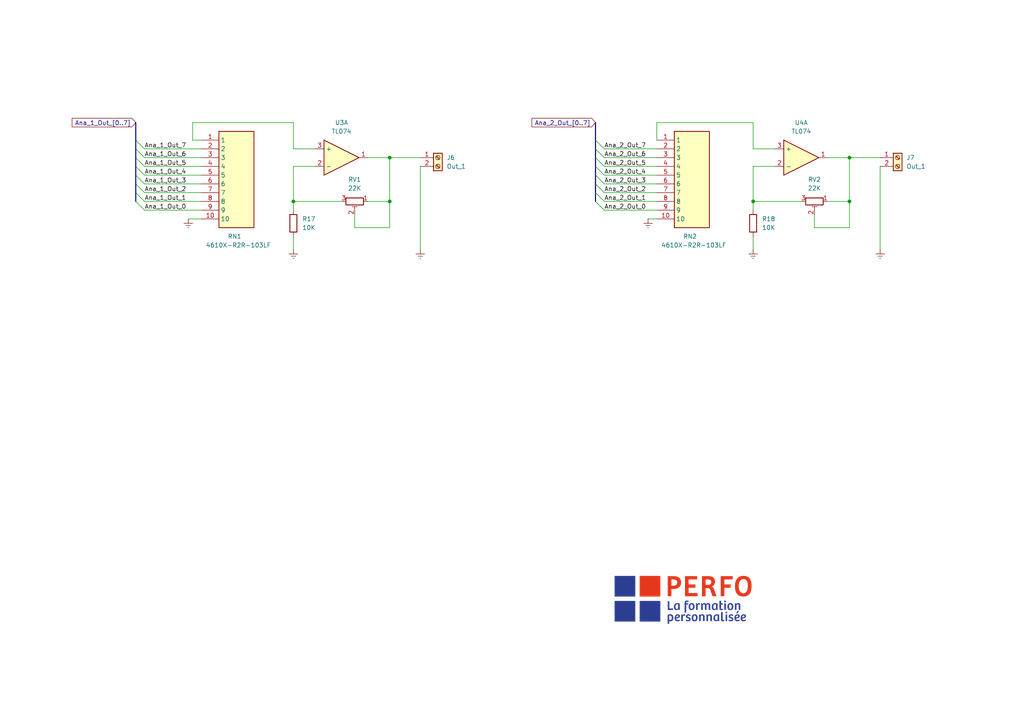
<source format=kicad_sch>
(kicad_sch (version 20230121) (generator eeschema)

  (uuid c89bce2c-1f05-44ce-ad4a-0e32e981f8a3)

  (paper "A4")

  (title_block
    (title "OutPut Card")
    (date "2024-02-22")
  )

  (lib_symbols
    (symbol "Connector:Screw_Terminal_01x02" (pin_names (offset 1.016) hide) (in_bom yes) (on_board yes)
      (property "Reference" "J" (at 0 2.54 0)
        (effects (font (size 1.27 1.27)))
      )
      (property "Value" "Screw_Terminal_01x02" (at 0 -5.08 0)
        (effects (font (size 1.27 1.27)))
      )
      (property "Footprint" "" (at 0 0 0)
        (effects (font (size 1.27 1.27)) hide)
      )
      (property "Datasheet" "~" (at 0 0 0)
        (effects (font (size 1.27 1.27)) hide)
      )
      (property "ki_keywords" "screw terminal" (at 0 0 0)
        (effects (font (size 1.27 1.27)) hide)
      )
      (property "ki_description" "Generic screw terminal, single row, 01x02, script generated (kicad-library-utils/schlib/autogen/connector/)" (at 0 0 0)
        (effects (font (size 1.27 1.27)) hide)
      )
      (property "ki_fp_filters" "TerminalBlock*:*" (at 0 0 0)
        (effects (font (size 1.27 1.27)) hide)
      )
      (symbol "Screw_Terminal_01x02_1_1"
        (rectangle (start -1.27 1.27) (end 1.27 -3.81)
          (stroke (width 0.254) (type default))
          (fill (type background))
        )
        (circle (center 0 -2.54) (radius 0.635)
          (stroke (width 0.1524) (type default))
          (fill (type none))
        )
        (polyline
          (pts
            (xy -0.5334 -2.2098)
            (xy 0.3302 -3.048)
          )
          (stroke (width 0.1524) (type default))
          (fill (type none))
        )
        (polyline
          (pts
            (xy -0.5334 0.3302)
            (xy 0.3302 -0.508)
          )
          (stroke (width 0.1524) (type default))
          (fill (type none))
        )
        (polyline
          (pts
            (xy -0.3556 -2.032)
            (xy 0.508 -2.8702)
          )
          (stroke (width 0.1524) (type default))
          (fill (type none))
        )
        (polyline
          (pts
            (xy -0.3556 0.508)
            (xy 0.508 -0.3302)
          )
          (stroke (width 0.1524) (type default))
          (fill (type none))
        )
        (circle (center 0 0) (radius 0.635)
          (stroke (width 0.1524) (type default))
          (fill (type none))
        )
        (pin passive line (at -5.08 0 0) (length 3.81)
          (name "Pin_1" (effects (font (size 1.27 1.27))))
          (number "1" (effects (font (size 1.27 1.27))))
        )
        (pin passive line (at -5.08 -2.54 0) (length 3.81)
          (name "Pin_2" (effects (font (size 1.27 1.27))))
          (number "2" (effects (font (size 1.27 1.27))))
        )
      )
    )
    (symbol "Device:Opamp_Dual" (in_bom yes) (on_board yes)
      (property "Reference" "U" (at 0 5.08 0)
        (effects (font (size 1.27 1.27)) (justify left))
      )
      (property "Value" "Opamp_Dual" (at 0 -5.08 0)
        (effects (font (size 1.27 1.27)) (justify left))
      )
      (property "Footprint" "" (at 0 0 0)
        (effects (font (size 1.27 1.27)) hide)
      )
      (property "Datasheet" "~" (at 0 0 0)
        (effects (font (size 1.27 1.27)) hide)
      )
      (property "ki_locked" "" (at 0 0 0)
        (effects (font (size 1.27 1.27)))
      )
      (property "ki_keywords" "dual opamp" (at 0 0 0)
        (effects (font (size 1.27 1.27)) hide)
      )
      (property "ki_description" "Dual operational amplifier" (at 0 0 0)
        (effects (font (size 1.27 1.27)) hide)
      )
      (property "ki_fp_filters" "SOIC*3.9x4.9mm*P1.27mm* DIP*W7.62mm* MSOP*3x3mm*P0.65mm* SSOP*2.95x2.8mm*P0.65mm* TSSOP*3x3mm*P0.65mm* VSSOP*P0.5mm* TO?99*" (at 0 0 0)
        (effects (font (size 1.27 1.27)) hide)
      )
      (symbol "Opamp_Dual_1_1"
        (polyline
          (pts
            (xy -5.08 5.08)
            (xy 5.08 0)
            (xy -5.08 -5.08)
            (xy -5.08 5.08)
          )
          (stroke (width 0.254) (type default))
          (fill (type background))
        )
        (pin output line (at 7.62 0 180) (length 2.54)
          (name "~" (effects (font (size 1.27 1.27))))
          (number "1" (effects (font (size 1.27 1.27))))
        )
        (pin input line (at -7.62 -2.54 0) (length 2.54)
          (name "-" (effects (font (size 1.27 1.27))))
          (number "2" (effects (font (size 1.27 1.27))))
        )
        (pin input line (at -7.62 2.54 0) (length 2.54)
          (name "+" (effects (font (size 1.27 1.27))))
          (number "3" (effects (font (size 1.27 1.27))))
        )
      )
      (symbol "Opamp_Dual_2_1"
        (polyline
          (pts
            (xy -5.08 5.08)
            (xy 5.08 0)
            (xy -5.08 -5.08)
            (xy -5.08 5.08)
          )
          (stroke (width 0.254) (type default))
          (fill (type background))
        )
        (pin input line (at -7.62 2.54 0) (length 2.54)
          (name "+" (effects (font (size 1.27 1.27))))
          (number "5" (effects (font (size 1.27 1.27))))
        )
        (pin input line (at -7.62 -2.54 0) (length 2.54)
          (name "-" (effects (font (size 1.27 1.27))))
          (number "6" (effects (font (size 1.27 1.27))))
        )
        (pin output line (at 7.62 0 180) (length 2.54)
          (name "~" (effects (font (size 1.27 1.27))))
          (number "7" (effects (font (size 1.27 1.27))))
        )
      )
      (symbol "Opamp_Dual_3_1"
        (pin power_in line (at -2.54 -7.62 90) (length 3.81)
          (name "V-" (effects (font (size 1.27 1.27))))
          (number "4" (effects (font (size 1.27 1.27))))
        )
        (pin power_in line (at -2.54 7.62 270) (length 3.81)
          (name "V+" (effects (font (size 1.27 1.27))))
          (number "8" (effects (font (size 1.27 1.27))))
        )
      )
    )
    (symbol "Device:R" (pin_numbers hide) (pin_names (offset 0)) (in_bom yes) (on_board yes)
      (property "Reference" "R" (at 2.032 0 90)
        (effects (font (size 1.27 1.27)))
      )
      (property "Value" "R" (at 0 0 90)
        (effects (font (size 1.27 1.27)))
      )
      (property "Footprint" "" (at -1.778 0 90)
        (effects (font (size 1.27 1.27)) hide)
      )
      (property "Datasheet" "~" (at 0 0 0)
        (effects (font (size 1.27 1.27)) hide)
      )
      (property "ki_keywords" "R res resistor" (at 0 0 0)
        (effects (font (size 1.27 1.27)) hide)
      )
      (property "ki_description" "Resistor" (at 0 0 0)
        (effects (font (size 1.27 1.27)) hide)
      )
      (property "ki_fp_filters" "R_*" (at 0 0 0)
        (effects (font (size 1.27 1.27)) hide)
      )
      (symbol "R_0_1"
        (rectangle (start -1.016 -2.54) (end 1.016 2.54)
          (stroke (width 0.254) (type default))
          (fill (type none))
        )
      )
      (symbol "R_1_1"
        (pin passive line (at 0 3.81 270) (length 1.27)
          (name "~" (effects (font (size 1.27 1.27))))
          (number "1" (effects (font (size 1.27 1.27))))
        )
        (pin passive line (at 0 -3.81 90) (length 1.27)
          (name "~" (effects (font (size 1.27 1.27))))
          (number "2" (effects (font (size 1.27 1.27))))
        )
      )
    )
    (symbol "Device:R_Potentiometer_Trim" (pin_names (offset 1.016) hide) (in_bom yes) (on_board yes)
      (property "Reference" "RV" (at -4.445 0 90)
        (effects (font (size 1.27 1.27)))
      )
      (property "Value" "R_Potentiometer_Trim" (at -2.54 0 90)
        (effects (font (size 1.27 1.27)))
      )
      (property "Footprint" "" (at 0 0 0)
        (effects (font (size 1.27 1.27)) hide)
      )
      (property "Datasheet" "~" (at 0 0 0)
        (effects (font (size 1.27 1.27)) hide)
      )
      (property "ki_keywords" "resistor variable trimpot trimmer" (at 0 0 0)
        (effects (font (size 1.27 1.27)) hide)
      )
      (property "ki_description" "Trim-potentiometer" (at 0 0 0)
        (effects (font (size 1.27 1.27)) hide)
      )
      (property "ki_fp_filters" "Potentiometer*" (at 0 0 0)
        (effects (font (size 1.27 1.27)) hide)
      )
      (symbol "R_Potentiometer_Trim_0_1"
        (polyline
          (pts
            (xy 1.524 0.762)
            (xy 1.524 -0.762)
          )
          (stroke (width 0) (type default))
          (fill (type none))
        )
        (polyline
          (pts
            (xy 2.54 0)
            (xy 1.524 0)
          )
          (stroke (width 0) (type default))
          (fill (type none))
        )
        (rectangle (start 1.016 2.54) (end -1.016 -2.54)
          (stroke (width 0.254) (type default))
          (fill (type none))
        )
      )
      (symbol "R_Potentiometer_Trim_1_1"
        (pin passive line (at 0 3.81 270) (length 1.27)
          (name "1" (effects (font (size 1.27 1.27))))
          (number "1" (effects (font (size 1.27 1.27))))
        )
        (pin passive line (at 3.81 0 180) (length 1.27)
          (name "2" (effects (font (size 1.27 1.27))))
          (number "2" (effects (font (size 1.27 1.27))))
        )
        (pin passive line (at 0 -3.81 90) (length 1.27)
          (name "3" (effects (font (size 1.27 1.27))))
          (number "3" (effects (font (size 1.27 1.27))))
        )
      )
    )
    (symbol "Lib Perso:4610X-R2R-103LF" (in_bom yes) (on_board yes)
      (property "Reference" "RN" (at 16.51 7.62 0)
        (effects (font (size 1.27 1.27)) (justify left top))
      )
      (property "Value" "4610X-R2R-103LF" (at 16.51 5.08 0)
        (effects (font (size 1.27 1.27)) (justify left top))
      )
      (property "Footprint" "SIP249W51P254L2535H508Q10P" (at 16.51 -94.92 0)
        (effects (font (size 1.27 1.27)) (justify left top) hide)
      )
      (property "Datasheet" "https://www.bourns.com/pdfs/r2r.pdf" (at 16.51 -194.92 0)
        (effects (font (size 1.27 1.27)) (justify left top) hide)
      )
      (property "Height" "5.08" (at 16.51 -394.92 0)
        (effects (font (size 1.27 1.27)) (justify left top) hide)
      )
      (property "Mouser Part Number" "652-4610X-R2R-103LF" (at 16.51 -494.92 0)
        (effects (font (size 1.27 1.27)) (justify left top) hide)
      )
      (property "Mouser Price/Stock" "https://www.mouser.co.uk/ProductDetail/Bourns/4610X-R2R-103LF?qs=aoibn3z0pk31UFm1GxQJlw%3D%3D" (at 16.51 -594.92 0)
        (effects (font (size 1.27 1.27)) (justify left top) hide)
      )
      (property "Manufacturer_Name" "Bourns" (at 16.51 -694.92 0)
        (effects (font (size 1.27 1.27)) (justify left top) hide)
      )
      (property "Manufacturer_Part_Number" "4610X-R2R-103LF" (at 16.51 -794.92 0)
        (effects (font (size 1.27 1.27)) (justify left top) hide)
      )
      (property "ki_description" "Resistor Networks & Arrays 10Pin 2% 10K" (at 0 0 0)
        (effects (font (size 1.27 1.27)) hide)
      )
      (symbol "4610X-R2R-103LF_1_1"
        (rectangle (start 5.08 2.54) (end 15.24 -25.4)
          (stroke (width 0.254) (type default))
          (fill (type background))
        )
        (pin passive line (at 0 0 0) (length 5.08)
          (name "1" (effects (font (size 1.27 1.27))))
          (number "1" (effects (font (size 1.27 1.27))))
        )
        (pin passive line (at 0 -22.86 0) (length 5.08)
          (name "10" (effects (font (size 1.27 1.27))))
          (number "10" (effects (font (size 1.27 1.27))))
        )
        (pin passive line (at 0 -2.54 0) (length 5.08)
          (name "2" (effects (font (size 1.27 1.27))))
          (number "2" (effects (font (size 1.27 1.27))))
        )
        (pin passive line (at 0 -5.08 0) (length 5.08)
          (name "3" (effects (font (size 1.27 1.27))))
          (number "3" (effects (font (size 1.27 1.27))))
        )
        (pin passive line (at 0 -7.62 0) (length 5.08)
          (name "4" (effects (font (size 1.27 1.27))))
          (number "4" (effects (font (size 1.27 1.27))))
        )
        (pin passive line (at 0 -10.16 0) (length 5.08)
          (name "5" (effects (font (size 1.27 1.27))))
          (number "5" (effects (font (size 1.27 1.27))))
        )
        (pin passive line (at 0 -12.7 0) (length 5.08)
          (name "6" (effects (font (size 1.27 1.27))))
          (number "6" (effects (font (size 1.27 1.27))))
        )
        (pin passive line (at 0 -15.24 0) (length 5.08)
          (name "7" (effects (font (size 1.27 1.27))))
          (number "7" (effects (font (size 1.27 1.27))))
        )
        (pin passive line (at 0 -17.78 0) (length 5.08)
          (name "8" (effects (font (size 1.27 1.27))))
          (number "8" (effects (font (size 1.27 1.27))))
        )
        (pin passive line (at 0 -20.32 0) (length 5.08)
          (name "9" (effects (font (size 1.27 1.27))))
          (number "9" (effects (font (size 1.27 1.27))))
        )
      )
    )
    (symbol "power:GNDREF" (power) (pin_names (offset 0)) (in_bom yes) (on_board yes)
      (property "Reference" "#PWR" (at 0 -6.35 0)
        (effects (font (size 1.27 1.27)) hide)
      )
      (property "Value" "GNDREF" (at 0 -3.81 0)
        (effects (font (size 1.27 1.27)))
      )
      (property "Footprint" "" (at 0 0 0)
        (effects (font (size 1.27 1.27)) hide)
      )
      (property "Datasheet" "" (at 0 0 0)
        (effects (font (size 1.27 1.27)) hide)
      )
      (property "ki_keywords" "global power" (at 0 0 0)
        (effects (font (size 1.27 1.27)) hide)
      )
      (property "ki_description" "Power symbol creates a global label with name \"GNDREF\" , reference supply ground" (at 0 0 0)
        (effects (font (size 1.27 1.27)) hide)
      )
      (symbol "GNDREF_0_1"
        (polyline
          (pts
            (xy -0.635 -1.905)
            (xy 0.635 -1.905)
          )
          (stroke (width 0) (type default))
          (fill (type none))
        )
        (polyline
          (pts
            (xy -0.127 -2.54)
            (xy 0.127 -2.54)
          )
          (stroke (width 0) (type default))
          (fill (type none))
        )
        (polyline
          (pts
            (xy 0 -1.27)
            (xy 0 0)
          )
          (stroke (width 0) (type default))
          (fill (type none))
        )
        (polyline
          (pts
            (xy 1.27 -1.27)
            (xy -1.27 -1.27)
          )
          (stroke (width 0) (type default))
          (fill (type none))
        )
      )
      (symbol "GNDREF_1_1"
        (pin power_in line (at 0 0 270) (length 0) hide
          (name "GNDREF" (effects (font (size 1.27 1.27))))
          (number "1" (effects (font (size 1.27 1.27))))
        )
      )
    )
  )

  (junction (at 218.44 58.42) (diameter 0) (color 0 0 0 0)
    (uuid 108ceab5-f846-48ea-b10f-b7deabd63665)
  )
  (junction (at 113.03 45.72) (diameter 0) (color 0 0 0 0)
    (uuid 11284a4b-4403-46e6-a804-f3f72b722f14)
  )
  (junction (at 246.38 58.42) (diameter 0) (color 0 0 0 0)
    (uuid 1ddb2788-8cf8-4596-9ce6-4350d858753e)
  )
  (junction (at 113.03 58.42) (diameter 0) (color 0 0 0 0)
    (uuid 358b12d6-7ca1-433c-a30e-1870c68bf44f)
  )
  (junction (at 85.09 58.42) (diameter 0) (color 0 0 0 0)
    (uuid 7564a0ba-f172-4d7b-a4b3-6d4f0cc3926f)
  )
  (junction (at 246.38 45.72) (diameter 0) (color 0 0 0 0)
    (uuid e975ef2d-cdf8-4e79-a7cc-47c030312397)
  )

  (bus_entry (at 172.72 43.18) (size 2.54 2.54)
    (stroke (width 0) (type default))
    (uuid 0cad2c14-afc7-427c-9284-6b534c35f195)
  )
  (bus_entry (at 39.37 43.18) (size 2.54 2.54)
    (stroke (width 0) (type default))
    (uuid 1977dd1d-8013-4c46-8b6b-28352ef15f61)
  )
  (bus_entry (at 39.37 53.34) (size 2.54 2.54)
    (stroke (width 0) (type default))
    (uuid 20214cd5-f77b-411b-b006-4f9a9e2ad11c)
  )
  (bus_entry (at 172.72 40.64) (size 2.54 2.54)
    (stroke (width 0) (type default))
    (uuid 27846ac6-30b7-4cff-81e6-0340254dd41c)
  )
  (bus_entry (at 172.72 50.8) (size 2.54 2.54)
    (stroke (width 0) (type default))
    (uuid 31b6c850-361b-450a-bc35-558675bec4b1)
  )
  (bus_entry (at 172.72 48.26) (size 2.54 2.54)
    (stroke (width 0) (type default))
    (uuid 41aaaa13-1fb8-41cb-a5ff-e98929886992)
  )
  (bus_entry (at 39.37 55.88) (size 2.54 2.54)
    (stroke (width 0) (type default))
    (uuid 4dac480c-7500-420e-ab7f-311b031fbd16)
  )
  (bus_entry (at 39.37 48.26) (size 2.54 2.54)
    (stroke (width 0) (type default))
    (uuid 7a1e8a4e-2c3f-492c-a437-929a5ec23fbb)
  )
  (bus_entry (at 172.72 45.72) (size 2.54 2.54)
    (stroke (width 0) (type default))
    (uuid 7bd13971-6669-43ce-a870-680914f94fe6)
  )
  (bus_entry (at 172.72 53.34) (size 2.54 2.54)
    (stroke (width 0) (type default))
    (uuid 91a2a143-68e8-4775-8972-79faab8c12b2)
  )
  (bus_entry (at 172.72 58.42) (size 2.54 2.54)
    (stroke (width 0) (type default))
    (uuid 94ba8bb8-9c94-45e5-bf61-7d0f84a1011a)
  )
  (bus_entry (at 39.37 50.8) (size 2.54 2.54)
    (stroke (width 0) (type default))
    (uuid d4e3e427-2009-477e-bd08-9dbe3fc43f67)
  )
  (bus_entry (at 39.37 58.42) (size 2.54 2.54)
    (stroke (width 0) (type default))
    (uuid d5403bdb-2984-4c76-9561-2970983b60ec)
  )
  (bus_entry (at 39.37 40.64) (size 2.54 2.54)
    (stroke (width 0) (type default))
    (uuid d911a6bf-484d-4144-866c-eb3aae294c70)
  )
  (bus_entry (at 172.72 55.88) (size 2.54 2.54)
    (stroke (width 0) (type default))
    (uuid df2e213a-dcf3-468e-8ebc-46783aa82e20)
  )
  (bus_entry (at 39.37 45.72) (size 2.54 2.54)
    (stroke (width 0) (type default))
    (uuid e836c1aa-82a5-4c01-bd1f-d03e0f32cc1e)
  )

  (wire (pts (xy 85.09 48.26) (xy 85.09 58.42))
    (stroke (width 0) (type default))
    (uuid 00ec6307-26ec-45d3-8899-48aeeb42d91d)
  )
  (wire (pts (xy 218.44 68.58) (xy 218.44 72.39))
    (stroke (width 0) (type default))
    (uuid 04285e1b-f3fd-41d9-a03d-9fadcc10a687)
  )
  (wire (pts (xy 240.03 58.42) (xy 246.38 58.42))
    (stroke (width 0) (type default))
    (uuid 061c2edc-ff6c-494f-92f4-48010a9b4c67)
  )
  (wire (pts (xy 218.44 58.42) (xy 232.41 58.42))
    (stroke (width 0) (type default))
    (uuid 0716536e-c40e-4ebd-96d0-fabf3d81f66b)
  )
  (wire (pts (xy 218.44 43.18) (xy 224.79 43.18))
    (stroke (width 0) (type default))
    (uuid 078b1978-00a1-4e2a-9057-4409c0981460)
  )
  (bus (pts (xy 172.72 40.64) (xy 172.72 43.18))
    (stroke (width 0) (type default))
    (uuid 0a798b40-c208-4718-8ef2-555a6dda2a23)
  )

  (wire (pts (xy 236.22 66.04) (xy 246.38 66.04))
    (stroke (width 0) (type default))
    (uuid 0d184909-e05d-423b-b641-14cde00e7938)
  )
  (wire (pts (xy 113.03 66.04) (xy 113.03 58.42))
    (stroke (width 0) (type default))
    (uuid 11f25b04-3df1-443e-b4e6-d72a4ab84740)
  )
  (bus (pts (xy 172.72 35.56) (xy 172.72 40.64))
    (stroke (width 0) (type default))
    (uuid 151e2be0-b07a-4c92-bc67-2a2f1f2c45d4)
  )

  (wire (pts (xy 55.88 35.56) (xy 85.09 35.56))
    (stroke (width 0) (type default))
    (uuid 1759ab9f-92a6-4579-8358-abaa1a329e33)
  )
  (wire (pts (xy 85.09 60.96) (xy 85.09 58.42))
    (stroke (width 0) (type default))
    (uuid 1c9be850-9948-4465-8150-aa9487a260a4)
  )
  (wire (pts (xy 85.09 68.58) (xy 85.09 72.39))
    (stroke (width 0) (type default))
    (uuid 1fe6b530-9e57-4553-a875-677b6eaaf4a6)
  )
  (wire (pts (xy 255.27 48.26) (xy 255.27 72.39))
    (stroke (width 0) (type default))
    (uuid 2259a31f-4469-4b4c-b25f-19dbc0dc2da9)
  )
  (bus (pts (xy 39.37 50.8) (xy 39.37 53.34))
    (stroke (width 0) (type default))
    (uuid 27eafe2b-b3dd-4d13-aa1c-38a1e0870e1d)
  )
  (bus (pts (xy 39.37 40.64) (xy 39.37 43.18))
    (stroke (width 0) (type default))
    (uuid 284917d1-3def-4992-8bea-872397dc1f8e)
  )

  (wire (pts (xy 55.88 40.64) (xy 55.88 35.56))
    (stroke (width 0) (type default))
    (uuid 2874264b-ad0a-4529-a5e4-c68a891bdfe1)
  )
  (wire (pts (xy 85.09 43.18) (xy 91.44 43.18))
    (stroke (width 0) (type default))
    (uuid 348ed2d2-4a13-4aec-ad0a-af5f83585e32)
  )
  (wire (pts (xy 41.91 55.88) (xy 58.42 55.88))
    (stroke (width 0) (type default))
    (uuid 34dc1548-465a-448d-858c-b192cc7d17a2)
  )
  (wire (pts (xy 41.91 48.26) (xy 58.42 48.26))
    (stroke (width 0) (type default))
    (uuid 3d2a3ce5-2dbb-4212-a7b7-5be05baf8656)
  )
  (wire (pts (xy 41.91 50.8) (xy 58.42 50.8))
    (stroke (width 0) (type default))
    (uuid 3f801b1a-9367-4194-8139-29894b5dc89b)
  )
  (wire (pts (xy 175.26 60.96) (xy 190.5 60.96))
    (stroke (width 0) (type default))
    (uuid 468fc399-65e5-489d-bb14-0063881a9d3b)
  )
  (wire (pts (xy 175.26 43.18) (xy 190.5 43.18))
    (stroke (width 0) (type default))
    (uuid 49508a60-78c9-4496-8f16-63c185a1e34e)
  )
  (wire (pts (xy 54.61 63.5) (xy 58.42 63.5))
    (stroke (width 0) (type default))
    (uuid 545120d0-5357-481e-906f-6bde64408c61)
  )
  (wire (pts (xy 102.87 62.23) (xy 102.87 66.04))
    (stroke (width 0) (type default))
    (uuid 546f38d3-5ce3-4a0a-b54a-62761af99d2e)
  )
  (bus (pts (xy 172.72 50.8) (xy 172.72 53.34))
    (stroke (width 0) (type default))
    (uuid 579671e0-b681-4d62-94be-1dae572888be)
  )
  (bus (pts (xy 39.37 45.72) (xy 39.37 48.26))
    (stroke (width 0) (type default))
    (uuid 57e2e466-8777-4bdc-a133-2d15b31fcd20)
  )
  (bus (pts (xy 172.72 43.18) (xy 172.72 45.72))
    (stroke (width 0) (type default))
    (uuid 581163e6-d463-4dfb-8477-ae48fbe5bb27)
  )

  (wire (pts (xy 85.09 48.26) (xy 91.44 48.26))
    (stroke (width 0) (type default))
    (uuid 5c582025-3f60-4211-9488-e6c20b3e102e)
  )
  (wire (pts (xy 113.03 58.42) (xy 113.03 45.72))
    (stroke (width 0) (type default))
    (uuid 60d004cb-47bb-4f28-af75-fd609253d3eb)
  )
  (bus (pts (xy 39.37 53.34) (xy 39.37 55.88))
    (stroke (width 0) (type default))
    (uuid 60e18c99-b1ec-44f4-8ab1-f5fd4978bf85)
  )

  (wire (pts (xy 175.26 48.26) (xy 190.5 48.26))
    (stroke (width 0) (type default))
    (uuid 68743aa8-ce15-4366-96d3-5a0a8691052c)
  )
  (wire (pts (xy 246.38 45.72) (xy 255.27 45.72))
    (stroke (width 0) (type default))
    (uuid 6c13f37a-7216-4b95-953b-668e402d5066)
  )
  (wire (pts (xy 190.5 35.56) (xy 218.44 35.56))
    (stroke (width 0) (type default))
    (uuid 6f5efa35-8a0b-4e87-af85-54e9400cb288)
  )
  (wire (pts (xy 246.38 58.42) (xy 246.38 66.04))
    (stroke (width 0) (type default))
    (uuid 7293a240-3d31-4f69-b21a-16ab1e0893b0)
  )
  (wire (pts (xy 175.26 50.8) (xy 190.5 50.8))
    (stroke (width 0) (type default))
    (uuid 73aabfa3-7166-45e7-b0b5-99651d75484c)
  )
  (bus (pts (xy 172.72 45.72) (xy 172.72 48.26))
    (stroke (width 0) (type default))
    (uuid 79fe2abb-25e0-470d-affc-6e82b47dc24b)
  )
  (bus (pts (xy 172.72 53.34) (xy 172.72 55.88))
    (stroke (width 0) (type default))
    (uuid 7a073792-9925-4202-9f7c-6b279ca6d345)
  )

  (wire (pts (xy 102.87 66.04) (xy 113.03 66.04))
    (stroke (width 0) (type default))
    (uuid 7c679f43-0b8e-4090-8b29-b5f32cc69818)
  )
  (wire (pts (xy 113.03 45.72) (xy 106.68 45.72))
    (stroke (width 0) (type default))
    (uuid 7e9b84d9-5a11-4101-b720-f38cbd982e53)
  )
  (wire (pts (xy 85.09 35.56) (xy 85.09 43.18))
    (stroke (width 0) (type default))
    (uuid 84c83a81-a149-43f0-b4cc-49369a4fd5f9)
  )
  (wire (pts (xy 187.96 63.5) (xy 190.5 63.5))
    (stroke (width 0) (type default))
    (uuid 86f4ae8a-49c5-471d-bcd4-64f0138ed203)
  )
  (wire (pts (xy 175.26 55.88) (xy 190.5 55.88))
    (stroke (width 0) (type default))
    (uuid 8a4642b7-155d-4022-9e9c-7a8c70406ff3)
  )
  (wire (pts (xy 190.5 40.64) (xy 190.5 35.56))
    (stroke (width 0) (type default))
    (uuid 96777e3d-f490-4fe6-8eb8-f6fec5af58ba)
  )
  (wire (pts (xy 175.26 45.72) (xy 190.5 45.72))
    (stroke (width 0) (type default))
    (uuid 9c245df2-c611-4863-b17a-3958d49eb7e8)
  )
  (wire (pts (xy 41.91 53.34) (xy 58.42 53.34))
    (stroke (width 0) (type default))
    (uuid 9c70be0c-7d2a-480e-acde-4fb6d7bec229)
  )
  (wire (pts (xy 175.26 58.42) (xy 190.5 58.42))
    (stroke (width 0) (type default))
    (uuid a365abf9-f9f6-44c3-b9f8-3446fad85a70)
  )
  (bus (pts (xy 39.37 55.88) (xy 39.37 58.42))
    (stroke (width 0) (type default))
    (uuid ac66d01f-61f7-4692-960f-34b7ddbc7645)
  )
  (bus (pts (xy 39.37 48.26) (xy 39.37 50.8))
    (stroke (width 0) (type default))
    (uuid af69587a-87fe-4070-bb0c-5295f56d203c)
  )

  (wire (pts (xy 106.68 58.42) (xy 113.03 58.42))
    (stroke (width 0) (type default))
    (uuid b0c21a79-1aaa-4e76-ae94-ca8a57fdc433)
  )
  (wire (pts (xy 58.42 40.64) (xy 55.88 40.64))
    (stroke (width 0) (type default))
    (uuid b34a1dd7-0d23-49cf-8e43-68711106fc41)
  )
  (wire (pts (xy 175.26 53.34) (xy 190.5 53.34))
    (stroke (width 0) (type default))
    (uuid b3a7714d-96a5-481c-a063-295162ae14d7)
  )
  (wire (pts (xy 41.91 60.96) (xy 58.42 60.96))
    (stroke (width 0) (type default))
    (uuid b6899d74-34a0-49fa-b801-642be3e965ff)
  )
  (wire (pts (xy 41.91 58.42) (xy 58.42 58.42))
    (stroke (width 0) (type default))
    (uuid b74de13a-974d-47ef-804c-b74b83d73e95)
  )
  (bus (pts (xy 39.37 35.56) (xy 39.37 40.64))
    (stroke (width 0) (type default))
    (uuid c6ab60c0-d212-42a9-9008-a7132ab3b69d)
  )

  (wire (pts (xy 218.44 60.96) (xy 218.44 58.42))
    (stroke (width 0) (type default))
    (uuid ca56011d-5182-4e21-9183-5998f73952f4)
  )
  (wire (pts (xy 113.03 45.72) (xy 121.92 45.72))
    (stroke (width 0) (type default))
    (uuid cbc651d6-e70f-447e-8966-2d701a622b61)
  )
  (wire (pts (xy 41.91 43.18) (xy 58.42 43.18))
    (stroke (width 0) (type default))
    (uuid cdc67afa-e49b-4665-b769-d351ae7377eb)
  )
  (wire (pts (xy 41.91 45.72) (xy 58.42 45.72))
    (stroke (width 0) (type default))
    (uuid d7365b1d-8e80-4a96-bcf4-4a2ff5d6fe37)
  )
  (bus (pts (xy 39.37 43.18) (xy 39.37 45.72))
    (stroke (width 0) (type default))
    (uuid d8c4d542-d7ba-4d63-9f02-c6d50cd26e17)
  )

  (wire (pts (xy 236.22 62.23) (xy 236.22 66.04))
    (stroke (width 0) (type default))
    (uuid ddb2b245-d1d2-479e-9f6a-5fb737c89c0b)
  )
  (bus (pts (xy 172.72 48.26) (xy 172.72 50.8))
    (stroke (width 0) (type default))
    (uuid de94790e-d991-4943-87d4-33a6d8c5ea0f)
  )

  (wire (pts (xy 218.44 48.26) (xy 218.44 58.42))
    (stroke (width 0) (type default))
    (uuid e357ac44-363b-4923-8794-e430123f0686)
  )
  (wire (pts (xy 246.38 58.42) (xy 246.38 45.72))
    (stroke (width 0) (type default))
    (uuid e98b5ad8-0890-47e1-b1bf-9033727d0168)
  )
  (wire (pts (xy 121.92 48.26) (xy 121.92 72.39))
    (stroke (width 0) (type default))
    (uuid ebc4920b-fce3-45d3-99ed-6a5429c5478c)
  )
  (wire (pts (xy 218.44 48.26) (xy 224.79 48.26))
    (stroke (width 0) (type default))
    (uuid f67d2bdf-d141-41d8-a69c-966877bf58f9)
  )
  (wire (pts (xy 218.44 35.56) (xy 218.44 43.18))
    (stroke (width 0) (type default))
    (uuid fcbfe349-9780-4bcb-85f6-99383d2ab34f)
  )
  (bus (pts (xy 172.72 55.88) (xy 172.72 58.42))
    (stroke (width 0) (type default))
    (uuid fdb1bc7b-fd00-4845-b77b-690302e21636)
  )

  (wire (pts (xy 85.09 58.42) (xy 99.06 58.42))
    (stroke (width 0) (type default))
    (uuid fee47591-2925-49bb-b62a-7344b0fed814)
  )
  (wire (pts (xy 246.38 45.72) (xy 240.03 45.72))
    (stroke (width 0) (type default))
    (uuid ff5daeea-1267-4e5f-9905-92b1ed1175ab)
  )

  (image (at 198.12 173.99) (scale 0.549433)
    (uuid 79bd4aca-eca7-4247-b42f-9a577119f6ff)
    (data
      iVBORw0KGgoAAAANSUhEUgAAA1YAAAErCAYAAADdfxJdAAAABHNCSVQICAgIfAhkiAAAAAlwSFlz
      AACC3AAAgtwBXyx01gAAIABJREFUeJzs3Xl83FW5P/DP58xk6V660WTSlkLZmhaUQFKwaUABcQHX
      oqg/911oFbxuV614r14RF1JALu6Xq6KAonLRqgimBWxSIksXtrK0zSQtXaClbbaZ7/P7Iy2UkmS+
      SebMdyb5vF9Xbzpz5nmexnybeeZ8zzmct2i5QUYsM6TGdXePX736svZc5GutqbgTwFm5yCV5inhd
      +eqWFVGXISIiItm3q+roCZ1FXcdbYMcDPBq0mWYoJzjNaEcQHA+z0QCLjIjBYKClaewwoJ2wPSB2
      A9hBcJsZWmHBJudiTxi6Hp9euq2FDUhF/ffsTTzqAkRECkGyZsY5hC2Iuo5DmJkFINI0dMGsHY57
      HdyetOFZ0u1IMb1txuqWZwmMuA/QkjWJLxAsirqOQmBm6fJZySt4M9K5zLvttFnT0y79kVzmDIeB
      IUg7Y5q0rgBoh6Hdwe0JnD2XDuy5Yotvm3bUpu25/p7lu80LKubEDRdFXUehsADrEmtabo26jqEw
      gG01008I4M6kuTMAO72dXbNpcCAPjOILXxIHv+CBPx98kA5EEYFxAKcdEr9nEB0CGIAitHVU7G+t
      wYOB2X0E/2lBcHfFfa1bcvIXzkCNlYhIGBacB/LSqMs4FF/8TfXCL6kAduDLNOIGtFUn2pNgi9Ge
      omEjwIfpsDZIB+sq1rTujKp2//hlAGOirqIgEHtwM/4r12m7491lLnBfz3XezAwEYez5CgDAnmsL
      BsRIpJlG66aKdGuNPWPGzaQ9aYaNjm69Gdfu2jt247wNG7qi/XvkXtzsWIB5+L9pnqJdB6DgGqt1
      c+cWHzHu+TpY8JY28o0AZjjghS4pB0YDON2RpwO4hDGH1pqKx2BYEbjgtuf2TFwZ1fWnxkpEZDgj
      RxE4luCxIM4F0PMRo3NBsibxNMC7naEB7L6zrHHb05HWKpEgsHMkzmoOFYkYwDISZQBrSMBgAA2T
      xu5ub61J3AfwbjP+I+1s1czVLTm55V4Kyo6oCxiI1uqZc43Bh2F73kNg6oszUnnhOBDHOXNLJo3d
      vStZnfiNc/x52eqWplwWocZKRGQEIuAAHg3gaCPeCxQhWV3xMIE/IsBvy+5raSYQRF2n+GfAMJ65
      jAg5CkAtgFrSvhg37E9WV/ydLvhtZ3vRH2Y/uOm5qEuUPMD8v/YMcG01idcCvAwIXpO7SakhICcR
      +IQZPpGsrrifFtTvnTz618et2NjpO7XznUBERAoDiRNBfB4xNLVVJx5tq0l8YWvN7COjrku8K6hP
      zQvUaBLnw9zPS0pSbW01FTe0nFZ+etRFScTIvL72WmsSr2+rrlgD8E8AXhN1PYNB4pVw7udjnu3Y
      2Lqg/OPr5s4t9plPjZWIiLwcOcfA/wrQtSlZXfHzttNmVEZdkvhBy/9PzYcVstSA/+ecuzdZXXFP
      8rSK11r+zwGIB0zn57W3pSZxUmtNxd8B3g7ilKjryQYCFTB33RFjd6/fWj3jTb6uOTVWIiLSD5aQ
      eF/g7KHWmsSvtp468+ioK5Jsy+9PzYczEmfQYUVbTcXft9QkToq6Hsm1/Lr2Ni+oGNVak/i2M/4L
      wKujrscHknMC2u9baypu21GdqMh2fDVWIiKS0YE1WRcFsfSG1pqKbySrykZHXZNkSQGs8xgBznLG
      5taaim88NmdOSdTFSI7Eu7dHXcJBradWnBYLcD/Af+vZmGV4I/CGTmJdckHFu7MZV42ViIgMAEsA
      fIkx92DL6eVnRF2NDF2gzSvyAok4gC+Nndx+T1v1zNlR1yP+pSz+TNQ1GMBkdeLTFrN7SBwfdT25
      RHACDb9orUn8+Km6WaXZiKnGSkREBo6cw7RrSFYnvmj6XVLQYgzy6nYkYZUxaErWzFgYdSXijwH7
      Zqxu6Yiyhs0LKka1VSf+l+T3R/aB6vxQcUf6rmxs1qRfhiIiMigk4iS/2VpdcdPmBRWjoq5HBied
      pwvoR7gptOCvradVnBd1IeKJ2e4oz49rOa18ctxwB8is3gpXqAgsSKPr3m1nzDhmKHHUWImIyJCQ
      eFvM8PdNC2ceEXUtMnCW51s+j1jkKNB+11aTODPqUsSLyD7Q2H7GjHI6rgSg27kPQfDodCpoaDmt
      /LjBxlBjJSIiQ0bg9KLu9N+eOnnWxKhrkYEpScUiX+chfSBHBcCtLaeWj6i1LyMBI/pAY/sZM8q7
      U/YPgnOjyJ/3yIRz7u9tNUceNZiXq7ESEZEsYVVJSeo23RZYOAywzZyqGas8RnCii/EW7cQ5vFgE
      M1bJqrIpqXTwNxDH5jp3gakwK/rz5gUVkwb6QjVWIiKSPeRCZ/YTHXhaGAjbU9XcnIq6DsmE8xB3
      3466CsmqnDZWyaqy0YzH/miaqQqHOCFuuNnqEB/Iy9RYiYhIVjnwotaaxJKo65DMzPhclAvoZSD4
      ia3ViQVRVyFZYpazmeJlgEPM/RTA6bnKOUy8uq0j8c2BvECNlYiI+PDtrTWJk6IuQvpHmHYELBAE
      XBq8SrPBwwNzOGP10eqKz5J8R67yDScGXpY8reK1YcersRIRkawjWBwAP7XFiEVdi/SD0PqqAkKi
      ZlvNjPOjrkOyIifX3oHz0AY06yIvIuBI+2nY9VZqrERExBNWbd1U8Ymoq5B+acaqwKTNvhR1DTJ0
      afq/9nZVHT2BZr8k8+sDLgMCMzxvwBYz22iwJ2HWasA+GNJR1/cyZHnc7MowQwe0IEtERGQgjFj2
      RNXR/3tM85O7o65FeqUZqwJDoqb11IrTyu9rWRN1LTJ4sTS3+87RHuu8iuRM33kyMcN20u6AoQHm
      mktY8tiUpo17ehv78BmTx4234gQDN9eAk2k8w4jTCYzJdd2HMvD9LaeW/6TivtZ7+xunxkpERHya
      MirWtRTA16MuJEv2w6wj6iKywQDA8a6o65CBsxg+CGCkNVbD59ojnujqjj/uM0eyesa5pL3fZ47+
      mCEF4I8w/PCeo1ruuPDmcDNRJ96783kAjxz4z+8AIDhvTknbrs7zQHsPYBcQLPZXee8IOMRYvwyo
      uRwI+hqnxkpEJEqGlBkuBMPvzEaaC2hxWGw0aeNgNhnGMsBmEpgDYhbAIp9lDwhxyeYFFVfOXN3S
      HnUpQ2WGzyeaktdEXYf0j2Y/SAH/NeDXBcZYrCgWuK7SdHdsnIsHE2IWmxwgmO6MMwPgWNAqYTyK
      jHA5heFtthgXM+Sb1eHAzP490ZS8Kuo6CsFTdbNK0Z66Nop9TgwIaHZj2vFrM1e3bAQw5I8A3IqN
      nQD+AOAPm145ozxeFFwG4BMkc3pmIsFTP1JTceHljS2/7muMGisRkQgZzcqbkn9gP5+ADdTmBRWj
      YnCnwNILaTwbtFqAJdmKPwhT4mb/D8API6xBRhADn5/R1NLiK/7mBRWT4mZnAngDDG8GOeCDRIeC
      xNS2LRULgZaGXOaVwlDckfo0yTm5zmuwDZa2jyQy3C43FLPu39IK4LLkq8rq0e2uBnmBr1y9oeGr
      BtzU1+9sbV4hIjLMzFzd0p5YvfmeRGPyivKmlnNKUyVHGvERM2uKqiYDPhJVbpFsm7m6ZVd5Y/J3
      5Y3JD3WOiieM+IjBnsplDUGA1+UynxSGttOPnAZjTjc4McDM7Lqu0nhVpjVI2ZK4p21zeVPyTYHh
      QwD25yInAJA4cWt14m19Pa/GSkRkmJvU/OTuxOqWHyeakjUIUAezu3NdA8FTk6eXnZDrvCK+zW7Y
      1JFY3fLjsiNGnQjYty2Ls8/9cURdLvJIYQmCoi+QGJe7jNYFw0cSTclPzm7YlPM1cBVNLT8F3CKD
      bc1VzgD4t76eU2MlIjKClK9pWVnWlFyUNnsfzJ7NZW4GscW5zCeSS27Fxs7yxuTnzeydgHX5zmew
      Ux47b06Ut/hKnnnmlJllNMvdERdm7WnDWxNNLT/JWc5elDdubg6ARTBL5iIfydO2VicW9PacGisR
      kRGGgM1oSt7QydQpAB7IWWKzN+Ysl0hEKpqSN4P2Ud95CBaPfbZrnu88UjhSRenPgCzNRS6DdYF4
      24ym5O25yJfJjMbk40Ds3Fx9YJgmP97b42qsRERGqNmN257ea/vrAFuVi3wGnvLUybMm5iKXSJTK
      V7f+D2A3ek/ElBorAdBzGLBZ72/2s80Ao+HD5Y3JP+ciX1jlTZs3mPGinNyOa3jbtrqpYw9/WI2V
      iMgIdlzTrj3FNuqNMFvrOxeJeHFJoHUhMiIEafu8+b4l0NxxXuNLwWiPd74/V2urCLuyvCn5v7nI
      NVCJNS1/IXCF7zwkxqY7i162iYUaKxGREW5K08Y9aeJtZtjrOxdhvd6XLjLcVNzXuoWGm/1msdl+
      40shMMAR/GSOsq0qm5nM6a6DA1X2/PivGWy97zwM3DsOf0yNlYiI9NyfTvt374lop3jPIZInArM+
      DxLNkgrP8aUAtC2oqAXgffbSDM8T8ffm+8HU3LChyxkuMcB85jHaa3ZVHT3h0MfUWImICACgPDX9
      OjN7wmsSg9aEyIhRytErzXy+CeWR/mJLwQjs/TnJY/j3ssZNT+ck1xCVNSXvIuB5Yw0Wd8a7zzv0
      ETVWIiICAGBzczeBK33mMLJs+xmTc3jGikh0pjRt3EPawx5TTPIYWwpAsqpstIFv957IcH/5mpZr
      vefJKvc137NWAez1L8noM5mIiBSWYoy6EWbtvuITYEe6VOtCZMQw8BFvsQ2ltkzv5UayIO5eR+Jl
      u9NlkwFG2GXM0eHX2VLeuLkZwF0+cxB4tQE8+GddjCIi8oIpTRv3ALzDaxLDDK/xRfIIgRZ/wa24
      +f+qYt7iS94j8LKd6bKew/D3sqak1wbFmwDXeM5Q0VKTmHPwD2qsRETkJQx2p8/4DpzuM75Intnp
      LbIxVtrezswDZTiyuXOLHfD6zCOHmgj/4T2HJ8/uG3+7Adt95nDAmYd8LSIi8qI43X2eU0z2HF8k
      f5jt8xabcMVdXWqsRqiWcbvPADgh88jBM0Nj+ZqWlT5z+DRvw4Yuwm7ymYOGMw5+rcZKRERewhB/
      HH4X/I73GFskrxj97QpIQ3BscbHXxfmSv2Lgud6TGJZ7z+EZgVt8xjei+uDXaqxEROQljkxN2uV1
      i2hitLfYInmGsLi/6NaNqRsKakMByR6Dne05xY59z5b+1nMO75Kp6fcYbLev+DQe33bSkWMANVYi
      InIYNjd3g7bfWwKzEm+xRfKNOX87tpH70JDfh7WKH7uqjp5Ao+cD1+3G4zZu7PSbw79Tm5u7Yfy7
      twRELF0SOwlQYyUiIr0x+vtlSup3j4wYBvN2iK+ZtdLzOT2Sn9pj3TUgvO4ImTb8ymf8nDL8w2d4
      Os4D1FiJiEhv6HFWyUy3LskIQm/nthHY6Cu25DeDne41vmFTRVOy0WeOXIojWOUzPsG5gBorERE5
      zGPnzSmh0ds6KAd4O4BYJJ8YQNBe6S0+sdZXbMlvJE7zGd/Bbh9Os6G7nx39MMw6fMU3w/GAGisR
      ETnM2N17p4PwtuDewD2+Yovkk63VM48i6O1WQALDZkZBwlsGOJid6jNHCviTz/i5dtzGjZ0gH/AV
      n8AcQI2ViIgcJgiKTvaagNjhNb5I3gheD8DTOVPWXWyj7vYTW/LZe2umTSX9NewG6yoe1dXgK35U
      zPCQt+BEwhYjpsZKREReImbBIp/xzdDqM75Ivghg7/UV24z3TGnaqNnfEajYiir9ZuC/jmzYvtdv
      jgjQNniMPrqtbfokNVYiIvICAxgAb/aZI0Z70md8kXyQrJ5RS7I688jBcZ4PPZX8RfBErwnM7vEa
      PyIEHvMaPxWfrcZKREResOXUikUkj/GWwJBOpwLtZCbDmi1GDLArvcU360hb8Gtf8SW/OeA4z/GH
      5dq9ILAnfMY3swo1ViIi8oKYw+e8JiCeSDS3+Tt8WCQPtG6quIxEjb8MvKViTetOf/Elnxnh78Mv
      AEDsPr/xo5EYXbTZAI/HfXC6GisREQEAbKlOnEXidV6TmK3xGl8kYm2nlb8RwDd9xTfA4rDv+Iov
      hcC8nY1msN3TmzY/7St+pBo2ddI8bp5kmKrGSkREkKwqGx0jr4O3Hcx6BBye9+6LAEBbdWKxOd5C
      IuYtieHWI5uSD3qLL3nNANLgrbEC8PhwOr/qUATMgK2+4htsmhorEZERzgAiHrsO6Dng0GMeK4rF
      /uozh0gUklVlo5PVie8G5G8AlvjLZJ1FtC/4iy/5bvfCmRONLPWWwPiIt9h5gLQ2f7FxhLcDIEVE
      pDAkqyu+6gBv20IfRODxafduKegdAUl8KFldcWbUdYRhQfDvFfe1Php1HcPZfVVVRWVF2y6E2X8Q
      9DmLcAC/N62x5XH/efIPyS+31iQuibqO3hjwrURj8ke5yLW3IzXNxZzHOwvsKX+x84Bhh7eT5YwT
      1ViJiIxQBnBrTWKZActylPDWYXCLyStIvCLqIsKwInwv6hqGq+2nlh/f7dw7wG0fgmGm5ztoAQAG
      29BVGv+690T5azLAyVEX0RszTMxVLrrYNJ//jDrwaW/B80AA7PJ1ux6JCWqsRERGoHVzp45tHVty
      HYH35Cqnc/hlrnKJZIMtRqz1ybIjYjE3JyBOCoBqGs7s9nkkQa+FWHsAvGt2w6aOnOaV/ONsis+P
      p8wN7wPcCez2FtwwVo2ViMgIk1xQ9ipa7KfwfBbKocxszfTG5Npc5ZORzWAXJKsTswbyGvZMOxUb
      MYrgBMCObNuEMsRZGhyYknIHBuacs0/MWN2qDSsEFuAIevwZdEDSX/ToGbjH17fPYGPUWImIjBBb
      T515dDoWfA2G9yDHbw8JXJPLfDKykTwRwImDeu2hXzGaPuow3yxf3fo/URch+cHBJvj8qWxPx7Z7
      C54HHLHPW3BitBorEZFhzAAmTy8/3QX8VGDBhQSi+Hd/S2t6+o3D/INQkayj4brpTS1fjroOySPk
      WF+hzZAu7ex43lf8fBAA7d7WWBlK1FiJiAwzT9XNKh3daVVpC97QZni7C3AsgCg/ev/Wqc3N3ZFl
      FylAgdnViabk0mGw4Ytkk2G0r3/LSUtPf2hbu5/o+SFu6Ah87QoIFquxEhEpQAbw6ZNnTYiXpqbC
      MCNGzAmMc0l7JdtTp6XJUQCiv4/JbGNZevqPgJaICxEpDAYEjvhiRWPy21HXInmI8HaGlQEdBAJf
      8fNBAOv29YuRtCI1ViIiESJY1FZTsS30NkxmMQOLWonRJUi7QxeB9Jxskh+LQoCeA4Gds0vZpNkq
      kTAM2BmYvS/RmLw96lokP5lZMX3tXmEc9rtOOrjuwNMksBljaqxERKI3JfRIMl/6powI+33Z6tbb
      oq5DpDDYX9Lkh2Y2JrUYUfpGxryFhqV8xc4X5uCrrwIIp8ZKRER82NHVHftU1EWIFIDNFuCLiTXJ
      X0VdiBQAg79P18i0p8j5I502OD/bVxC+IouIyIhlQEAGHzzqX5vboq5FJI+1wOzSztLY8Yk1LWqq
      JBx63MzEbNj3BQFj3mb8AASasRIRkawyw5VljboFUORwBuwj7A4AN7Smpt+m3TJlwMwC+FpjRfhs
      OvICGcS8LUQ2NVYiIpJFZrgt0dTypajrEMk3hH2x2Eb9YErTxj09j2gplQycASlv62wNxb5C54sA
      rsh5m/Sz1LCf8hMRkRwx3It0+p3DfbtekcEw8L860b4tWV1xV2t14jPbz5hRHnVNUngIdHkMP8pj
      7Hzh7e9oYLcaKxERGTKD3dfZGXtDorltf9S1iOQrkqUkzgT5va6UbWqrqfiftuqZs6OuSwqI87gl
      OhG3qqoib/HzgPPZPBIdaqxERGRozO4elSo5e/aDm56LuhSRQkEibsB7DekNLdUVnzVA78kkI0sH
      7d5ig7En8exoX/HzgSEY7ys2gXZdxCIiMmhm+F3K8dxJzU/ujroWkYJEljriytbqiputblZp1OVI
      fqPjXm+xAVcc6xznK34+MONEf7GxT42ViIgMmBkCg329vKnl7TNXt3j7BFVkpCDx1raO1B9s7txh
      v4GADJ4Zn/cZ37lgms/4USNxhL/o9rwaKxERGRAz2wbD6xONyWWExzNVREYcnts6bs8Po65C8pfR
      vN4dQHPTfcaPGmE+G8c92m5dRERCsZ4m6rftsdSn5vxz2zNR1xOR/TDzt3g8i2LmUlHXIANH4H1t
      NRUNZY0tP4u6ljyTt9deDMzZrH3csMu87bcOmLHMX/R8wCP9heazaqxERCQjM3va6JZWNG75Y9S1
      RImGz09vSl4bdR1haDaxcAWw7z9zyswV0/61uS3qWvKG2ZfLmpJXRV1Gb3J5rdFxh3nM5mgz/EXP
      Cz7/fjvVWImISN/MdhlxZdeo+FWzGzbl5afFuRRADYv4R3BCuij4FoD3RV1LvjDAdO0BHV1uR3GR
      v6MCzTDTW/CIWR3ire0oo68ZP7MdaqxERORlzLCdxNWl6ZLl2vFPCo3BVgD43UBew57/i9MwxoiJ
      MCsDMccM80l/O4n1JQDes6Um8d0ZjcmHcp1b8lfXnuJdRZM7Avrbnv9YT3Ejt7V95gwy8Nj7cJsa
      KxEReZHhX0b777TjL7TbnxQqGh8sb2r5UTZi2TK45J/KT2LMvR1mHyRyswaFgHPglwFcmIt8UhiO
      27ixMzkpsR30s1bIiDk+4uaDAHasx+VpIK1NuwKKiMgWEt8LguCV5U0tVYnG5I/UVIn04OUIKta0
      PpBY3fLlrtL40QC+AlhnTpIb3tJWPXN2TnJJwSD4tMfoR25aONPjluTRcc6O9xmfQItmrERERpqe
      nbXuC8A76Nxt5as336+1CyKZHVhn+J9bqhN3xIjbAEzxmY9EPLD0xQAu85lHCosRmwnU+IhNgMVd
      6VcAuMtH/ChZgPnwuaNiZ/pJNVYiIsOY9TRRG0mspfF+c2hKkU2akRIZvBlNydUtp5efy7RbSWKs
      z1wk3xecN+dLbsXG3MySSd6zwJ6i89chGHkKhmFjBdjJ8NRZmWFv+bFbd6mxEhGJkAGBwW5zg5gx
      MmNAImVAB8z2kXwO4A6jbXNmySAVPFk+tq2VDdB5RiJZVvHP1vuTCyo+DsMvPKea3Lpz/5sA3OQ5
      jxQIOmz0Gd8M1T7jR+Gpulml6Ei9wld8A1p4M9JqrEREImXpRGPyrezZyVtECkhidcsvkzUVFxF4
      g888zrn3Qo2VHJBO87F4zF98EqejZ2pn2NwiXrI/mAfHYl/xCTwO+NuqUURERGTYs3RwGcz3rLCd
      /dyCikl+c0ihKCrqfthnfAMq2qpnHuUzR84xqPUb3x4B1FiJiIiIDFrFfa2PGvBrv1lYst/4Dr85
      pFBM/+e2HQZs9xWfAI3pc3zFj8iZPoM7uA09/19EREREBo10V3lPYsG7vOeQgkAgoNkDntOc5zl+
      ztjcucUGnuU1B7gWUGMlIiIiMiTljZubzdDoM4eRr2o9ffosnzmkcATgv3zGN8PZwXlzSnzmyJWt
      Y3cvJDHOV3yDdXeWcj2gxkpERERkyBzwI5/xCdCC2EU+c0jhcLQ1PuOTHNe2q+N1PnPkihFv8Rmf
      4PoDZ9ypsRIREREZqv3p4ltg5vd8OKMaKwEABGlr8p2DRMH/vFkd4ga83WsOwwv/W6ixEhERERmi
      Y5qf3G3AH70mIea3Vs+c6zWHFISK+1q3mGGT1yRm5z9bN2ui1xyetbbPeDXB6T5z0AX3HvxajZWI
      iIhIFjjgf33GJ0AweI/PHFI4CLvLbwKOam9PfcBrDs+I4IM+4xtgtKKGg39WYyUiIiKSBTv3Tvgb
      gB0+c5jZRdZzeKvInd4zkB+3Au0XnjllZpkRb/WaxLB5euOmF2YOC/IbJSIiIpJv5m3Y0AXDr3zm
      IHlU64KyM3zmkMIQT8XuMCDwnOa4lpqE180ffOmOpz9FsMhvFruTgB38kxorERERkWwxer0dEAAQ
      OJ1pJZj2r81tMDzoO08M/HKhzVo9WzdrIoiLfedxzla85M++E4qIiIiMFGVrtjTD8IjfLHz7XXWI
      +80hhcCA3+cgzSu2VVe8Iwd5sqajPXUpwQk+cxisu6O96K+HPqbGSkRERCRLCJjB/G5iQUw7viNx
      js8cUhhiMfwuF3kC4FvJqrLRucg1VFuqExUBeanvPDT8Y/aDm5479DE1ViIiIiJZ5BC70Q5Zd+GF
      4d1e40tBKPtnyzqDbfCeiJjp4u5y73mywJHfJzDGeyLilpfl9p5UREREZAQpa9r8FGCrfOYw8E2F
      MoMg3vlf1wcgMH5m62nlp+ci12AlF1S8hZ4PBAYAmHWmSDVWIiIiIt4FfjexIDHWxWMX+MwhhcHS
      9ksYUr7zkIilHX+5aeHMI3znGozNCyoSNPwwF7kCYsXM1S27Dn9cjZWIiIhIlnV1xW6BWYfPHGbQ
      7oCCivtatxixIvPIoSM4u6g7fWO+bZ7y2HlzSuIBbgIwJScJaT/p7WE1ViIiIiJZNvvBTc8ZeZvf
      LHbuc3k6eyA5FuCa3CXja49rr7g2Xw6qNsCN2dXxYxC5Ot9tc2JG6596e0KNlYiIiIgHxsDv2hey
      ZH9X+kKvOaQglK9p+RtzsYnFASQ+2lZd8f2om6tlgGutSSwn8Z5c5TTYdbwZ6d6eU2MlIiIi4sH+
      HaP/CmCnzxxG3Q4oAIHAaN/OcdKlrdWJn66bO7c4p3kPsKqqoo/WJH5E8FM5TLtndEf8v/t6Uo2V
      iIiIiAfHbdzYGcBu9JuFC1tOLZ/hN4cUgrLusl8Z7Klc5iT5/oljd/99+xkzynOZt+30I6e1xret
      IPjBXOYl7IdHHHZ21aHUWImIiIh4EqPn3QEBR+cu8plDCgObm7stsJyfNeXIhd1pe7ClpuKdubg1
      sOW08jcGQfwBAq/2netQBuzbj+7v9DdGjZWIiIiIJ9NXt6wB8JjPHCTUWAkAIHFU6y/MbG0Eqac4
      4Ma2moo7Np9acZqPBC2nlh/fWpO41Tl3G8EyHzn6ZXbVMY3PbOtvSF5tlSgiIpLPSJS1nTajMuo6
      fHCjOzbNljmiAAAgAElEQVQd2bB9b9R1DDcErLXnANf/8JXDgJNba2adWN646WFfOaQw8Gak26rx
      6QC4g9FsLPHqeAxNLdWJvxHu2n27SlYct3Fj52CD3bQYsYVPV7zKiE8ReBuAWBZrHQBrK453XJFp
      lBorERGR8L5kzr4UdRE+pNqL1wGYH3Udw5FLu1+lY8HXfb3R7Ymbfg+Af/cRXwpLWVPyzmR14iaQ
      74iqBkeeA9g5Yya1P5usqbiNZncEZo2Jo1qf6GtHvYM2L6hIxAKcRtqrsZlvhsOMyPd1p31x6r07
      n880TI2ViIiIgMSxVlVVxObm7qhrGW6m37f5ydbqxL0gX+Uvi73TgC8TMH85pFDELf7pNNNnA5gc
      ZR0kjwDwXpDvdSTaNiU6kjV4kmCbGXYT1kUyFpiNIzjNYEfTMLHnI4jI2ykAgBn+Ud7YekOYsWqs
      REREBAYWP5faMQZAnzteyRAQNwDw2Fjx6ORp5QuwpvWf/nJIoThyzaatbTUzPmWwX0ddy0uQpQTm
      ApjLA82TAWDPH8A8aaYOMsPeVIofDvuBhTavEBERERDg3tLU1KjrGK66i2I3m9mg15qE4Rx1ppW8
      oKxxy28MCDXTIr0j7bJZ/9ryRNjxaqxEREQEAODgjoy6huFq1t2bnwX4f57TvN0WR7W4X/KRa+/+
      pMHWR11HITLDTeWNyR8O5DVqrERERKSH2ZSoSxje/J5pBXB669MVZ/vNIYWk7KFt+wLgLWa2K+pa
      ComZrYuP6vzQQF+nxkpERER6OKix8qhsUskK+H6D6/Bur/Gl4MxoTD5Ox7fC862ow4UZnnGIXTCY
      4yfUWImIiEgPzVh55VZs7DTA72YChjcnq8pGe80hBad8dUsDiHeZIRV1LfnN9tD4hrKmzU8N5tVq
      rERERKSHacbKNzP7hc/4JMa5Ir7RZw4pTOWNyd8BeK9Z/+dIjVQG7EPA88vXbLlvsDHUWImIiMgB
      VGPlWWJN62oz2+gzRxBQtwNKrxJNLTeSdiHMOqKuJb/YczC+rnxNy8qhRFFjJSIiIgAAMtrDREcC
      AkbPm1gQOPepk2dN9JlDCld5Y/J3ML4WwM6oa8kLZsmY4cxE05ZVQw2lxkpEREQO0oxVDsQcfmUh
      DxwdFLK0uDS12Ft8KXjla1pWxmKsMcNDUdcSKUNjsWPNkU3JB7MRTo2ViIiIAABMm1fkxJGrWzYS
      WO01iemwYOnfkfdueSLtsACGH0VdS64ZYAa7du+u0ropq1uS2YqrxkpEREQOmhR1ASNGENzgNT6x
      aEt1osJrDil4M1e3tJc3tXzUgW+CWdYajLxmlnRm5ycakxcft3FjVregV2MlIiIiAACC429ajFjU
      dYwEqZi7yWBdvuITcDHwnb7iy/AyvXHLH9vTJZUB7BoM0y3ZzZCm2Q/a0yWVZU3J233kUGMlIiIi
      PYj4wsena9YqB2aubtlFwMubu0Nc5Dm+DCPHND+5u6IxeQngTgbsDwCCqGvKhp71jPaXAFZV1pT8
      1DHNT+72lUuNlYiIiLyARUXToq5hpDD63R3QiFe2nFp+vM8cMvyUN23eUN6YfLPRnWaG3xbquVcG
      mBn+DKZryxuT583I0gYV/VFjJSIiIi+wmDawyJWuktifzew5X/EJkI7v8RVfhrfE6s3/SjS1vN3B
      HQvDFQZri7qmUMyeNdi1NDcv0dTy+sTqtntylVqNlYiIiLxIOwPmzOyGTR0gf+05zUUG0HMOGcbK
      mjY/Vd7U8oXymckZCPA6M/u5AdujrutQZthL4JYgCN6xd9KoskRj8uLyps0bcl1HPNcJRUQKUQy4
      OTC7AGBxlkN3fy3LAQUgcDsMC6KuoxCZsSQXeUrYubHLSpsITs92bKO/WaBssyC4gXSv95eBXc/U
      TR2Dhu17/eXoYalgDWKxewl42I2Qz2c/pgwEb0YaaFkBYIUtRiz5dHm1ozsHxCLATgU4IVe1mFkn
      gAdJNJi5O7pGuZWzGzZ15Cp/Xzhv0XJ/B9RJ3jNDalx39/jVqy9rz0W+1pqKOwGclYtckqeI15Wv
      blkRdRkiIiKSHTctRqz26RknmAteCeM80I6H8WijHQVwHAcxa2qAsaeBagHwFIhHENgGOt7//M5R
      D2R7q/RsiAPmfSGX5DEivWNiPHe7vpg9AVI7To1gBqdPHUVERIaRC29GGtiyHsD6w5/bfsbkcfu7
      xkwtjgdTgoATyWCckaXOWBSYxQwwB+sOzDqN3OfodsOldoxNcfv4Na27CGgSSERERERERERERERE
      RERERERERERERERERERERERERERERERERERERERERERERERERERERERERERERERERERERERERERE
      RERERERERERERERERERERERERERERERERERERERERERERERERERERERERERERERERERERERERERE
      RERERERERERERERERERERERERERERERERERERERERERE8gKjLkBERCS3jFVnXzG+vWNUwhwnxxCU
      BubSMaSeYyrd8lDFrJ24+cJ01FWKSG+WufmLplSCwfHpNGBFsYcfvmv7w8DlQdSViaixEhGRYa+q
      6vrRHaO6LiDtfAMWkSgH4Hoba4bnCNwP4F6j/b1zNO7duGJpZ24rFpHDzV+4/GyjLQd54qGPm2Ed
      HC9Z33DJPyIqTQQAwDnn1ZdEXYREK5dvGKqqri/aPbWj1zczMjJsrNnVjcv1yaLkxpzz6kuK9+PT
      DvgcwEmDDLMHwK0I7Gfr7l6yEqBls0aRQjG37qqFNNZnGke6a9Y1XPKzbOaev7D+7Ub8GmSst+fN
      kHKwt69dtfQP2cwrMhDxkv14PuoiJEpMLVjw3cmrV1/WnotsHaM7/lSyH3W5yCX5qfLOKeevB/4S
      dR0y/J1Uu3x2sM9uBXnyEEONB/A+OL6vctHV/0qlrj7/0Xsvac1GjSKFxAVuAohTMg4MgunZzHtc
      3fVTzDp/AqDXpgoASMTN8JOqs6//R/MdH9udzfwiYcUJFkVdhETHLLe3gxKMAdDP3AgWuKAgb0Ge
      t/CqkwyYm2lcYPG1D99z8fpc1CR9O6l2+ew0sYpgIquBzWaO7SzZntWYItKvYnRcBHB8xoHk5M7O
      9osA/Lf/qkReLh51ASIiBYF8B8kvZRoWs+CrANRYRWjOefUlwX67NetNFQCSv2lu/lh3tuOKSD+M
      VaHH0oUfK5JlWusiIiLDSuk+XAoM+fa/XgWGG3zEFZF+mBUPYLTuipHIqLESEZFho+qN148G+Vkf
      sQ14dMOqS9b4iC0ifTPw8fCD7VGPpYj0S42ViIgMG527O94CIOzuf3vMcAUCOzPd3XkUaTPSsFPM
      8E4zfA+GBwC8sIMlDb/UjoAiuefIW3DItdiPLgf+2nc9In3RGisRERk+iPPDDDOzJNKoW3/v0icO
      e6oFPWdY/QYA5i/83tHmYh8w40diwC+yXK2IhLB25SVr5y1avhzAp/sbZ4b/eGjVkqdyVJbIy2jG
      SkREhgkjLNxxDo78SC9N1cusvfvSJ9etXPoV27lzpt6wiURn3cqdl5nh6zDr6OXpPWb2mfWrlvxn
      zgsTOYRmrEREZFg44TXXTEI3jsw0zmBPrlu5ZAWwJHTsDRsu7xpScSIyRJcH61dhWVXd9Ve3B+1v
      cOQcA8zBPVJcXHy7zq6SfKDGSkREhoV4p0vAWcZz0mi4W2ulRApTc8PHdgD4n6jrEOmNbgUUEZFh
      gUhPCzeQT3ouRURERiA1ViIiMjzQxoQaRuzxXYqIiIw8aqxERGRYSFu4g0EDC8Js2ywiIjIgWmMl
      IiKsOvtb4zu7R5cFCKYgzbGOjNGCDjD2bDyNrc+PD3ZuXLG0M+pC+xOLGS3zEqso8eS6708ILD4j
      bTbVAaNIBAD2BkjvSKW6Wh699/PPR11kX+bWXTPdLDg2hmBcOkAnwbbxqdRTq1df1p6TApYtcyf/
      ZXxZqig+y5ETACCdDp634viWacH2ZEPD5amhhK86+/oJ7d37ZzvjVJgrpqHTEDzT0cWnNzYtzaNZ
      TuP8hddNTFlHedxxctq50c5iLrCgA87tArAV27fv0oYrfixefFNs7dZd0xy6ZhA2kWCRwboDC3aj
      qGgrt21vy/fv/dy5y4p55KQZLhUkjBxLOAsC7AmKXMvoPUWtzc0f6466xkKlxkpEZAQ6aeHVx1nM
      3hAY6mhW09nFaQCcg3vhXgajA2DojgOl+9k1r7Z+s5HrAXvI4O6Ld8dWP/TPTz4T5d9jcNyYE15z
      9eSwo4tdR8dDf/u3fYPJVHX29RM6OzrPN9rrSNamDQnAnDvQ/x3cQYOIoShWmq5cVL8ZQIMjbi/e
      W/qn5uaP7R9M3sPNqvtZ6aj43j5vlXQpdm5ouHjv4Y/PrbtmrLPgYwA+CEufCJCAQ+zAz8je4qKu
      ykXL/wnab1LdHb/oqzE8ue77Ezvj8Vhf+cc8V7yn9zdzy9zchZPOpcO7cRdfmy7GVOLF75uLOSAd
      YCcm76msrb+TxI0l+0pvDfvGcF7d8hPM7H0EL+js7DjeMdZTI4GeHt2htMTS82rrHwNwGxx/tq5h
      ySNhYmfT/EVXzzcErzfjImJ5tRGTY4jTADgDgACOAOzAZOzkyZ3zapc/CdoGGB8kcV+6q7txw+rL
      duWkYGJ02GtszKji9ub/y/xznulnCACKOmPB2rs/+WzYMsM6aeHVxwUueIsZzn5429bqODG+5xke
      +G8ixhiQDoDJkzvmLVr+oMHuCoLg9w/f/ZkmvPgjOyRVZ18/YZ919fnevT01dt+mhg/0th09XrGw
      fmq3c++i2ZuMWMA0Rhl7vp0GgA6IpQN0ju7YW1m7fCVdcEvJ3lG/yda/QSOFGisRkRFiznn1JaXt
      7l0WBJ8MaKfCDrwtYKhZnmKQcwjMAfgmwhAUpWzeouUPw+xvoLu9Y3SwMt9ntQCAwDfi3faNsOMD
      lFwL4OKB5Jh/1g+OD1Kpz3V0dV5Eh1FEiO8xGSMwG8BsM7y/Y3Tnc/Nq638YN3zngbuXbh9I/sON
      CZ5/p+vGz/ocYHYbgAsOfahyUf35tOB6AGUHCuztlcUE6mCsK4qVfrWq6vqZvTU1qcD9Ld5tp/aV
      vmNM5/sA3PCS/LX15wL4Dsn5fdb9ovEk3wzgzZ1jOp+YV7t86bpVS27va3DlGfXHMM4rYPZWHrwA
      +roOyBiAEwGcCMNn59XW/yaFksseWfXxthB1DdpJ51w5Jugo+QBoHzdYJXCw0jA/SyjpqZkngnib
      AXDFRcG82vqHAPdXInV78f7R//Q3M8Evx7vty2FGdnR1fg/AZZnGpSzWHO+2o/sbE7juZ4DMRy6E
      s8zNr510voGfDWgLX/z+Z0CUAqghWBNzsS9U1tavh8MVc6eV/ermmy9MD6Wijs6OW+Lk2X09Pw57
      /hPAVw59rKehwldTxg8TVgpm+AkixxJ4Pcy9vmNM57fmL6r/ytqVu34MXK5bqEPQGisRkRFgft3V
      i0v34VGY/ZRkn29wB4gA5oJcCthfS/Zxa2Xt8uuzFLsgHX/GFeMqFy1fHqS615P4IIFRg41FYiLI
      z3WTj81beNUHhlJXzIItGYbMPfQP8xbVf57AH/BCU5WZAc/1+UadaMnw8hNeKGTusuJ5tct/QHJF
      yKbqcMeAdltl7fJvHZx3OlRlXf3/Q4wPAnhb2E8VDuFAXhRj14OVtfVnDKK2EJa5ytr6D6c7Sp4A
      cTXAyiwFdiBfAdrnjLGGjjGdycpFV/9XlmLnQO7u85238KqTKmsn32Pk70EsHEoskpU03rBh29bG
      k+qumjekwshtGQaccOif5i1c/uYU8TDBiw80fANLB0wz8PrKRZN+u2DBdwf9b9lIosZKRGQYm7vg
      u5Pm1db/1sxuAjnLZy4SEwl82GeOfHbiovpXxuOlDxC4hGS/tywNBImJcO6nlbX1P62quj7UBh0v
      E1i/jY0Bs+acV18CAJV19Z8A+K2BNh0E1/T5nKG13xebnQgAVVXXj3ZTJt8G4hMINTXTZ0aS+Hxl
      7fIrD310Xu1VX6DxBhKhdpDsMzowlcBfKhdde9pQ4hzulWdcXT5v0aS/kfwRma2Zl94RmAoE7/WZ
      owBx3sL6S+DcGhILshoYqEobG+fXXbV40EHMtvb/dM91BICVi5Z/CQ6/Axn6tue+EHzz3uL4rXV1
      y3SnWwZqrEREhqnKs+qPcUVFq0G+Nepahrt5i646xxlXEez3VqWhIPmBjtGdv1m8+KYBN23tKdeG
      ftZ5kIgX7cfcylctPxmG+kEV6KzPxsrIZIZXn4DFi2MdoztuBHDuoPL3guRllQuveicAzK9d/n7Q
      ZW+GhhxLpG+pOvtbE7IRbm7d91/RHQ/WAHx1NuLJQBkra6+qh+NyAMU+MhAcbYH79byFV71nkBH6
      n7Eij66qur6octHyLxL4Bob04cTLgr92ZzD5a9mLNzypsRIRGYYqz6g/BmmsBHFs1LUMd/Nrv78I
      xj8OdRYkDBJveXhr23cH+rqNTUv3mPV/flcsYCWcXU1wULNiBPpsrFyGGSuCR1VuXfgVkhf0N25Q
      nFs+v65+QUD8IOuxgZmdXaO/NtQgJy6qfyWD2F0Ay7NQkwxCZe3V3yHdJd4TEQ7O/WRu3TUDv8XQ
      9T9jRWBUx+iupQT+c9D19Z/g305cdJV+p/RDjZWIyDAzf+EPjmCMf+bA36Q9D8PjMDwM2CYAudlG
      u4BV1n5nhiH2W5ADW79gtteA7QAGvi0zsWT+ouWvG8TrNvVbkrOPkKwdcFwAMHSmp5X9q8+nM81Y
      EaUkvjqo3BkQmBoY7xzKerf+GPCxqrrrpwz29fPr6itihj+RmDigvGa7DfbYget1Cwx5v3FMvpq3
      qP6DJC4d2KvMAOwy2LMHvh6IYmfpXx1/xo/HDehVATKssQJI+zayOlP1EsUxuM95ij0s6F5JEZHh
      hQFTP2HYmSqzrUZ3DWm/Xdew5FG85HYxY2XtDyrI7lMN7lwC7wYwsDcCw9myZY53Ff0cQKg31QY8
      SsP36ez2tSuXtgA9Z+Ksf+aZ+c6Cd5vhE+FmvcgAdu2c8+pPHMgujDS0gjipz+fBRf3Wb5YG0Ami
      6PBZLaOt33DzhX02iek0W2OxTO89X76mywwpwv4E8E80PBE4SzNgwoizALwj7CxhP03VBsB+Y8D9
      DLAncG6CQ/AKA95N8LiwsTuCjvcAuCrM+EPV1S2L7zTeCGJ6mPFmeJq0qxkU/X7d3Z988qXPLnMn
      1U6eFdBOM+B1NLxzwA3/CFR5Rv0xZlwebkWhmYF/NNp/x4uPWPXQ3967DzhwLEEQ1BnsUyRDfujB
      GfHY/q8hxI6IL7zCbGuIpY+9DjDgWRhudcCqNLAZAEhU0Ow1AC4cwM/KhbPqfnZJX9u6j3RqrERE
      hpHKhVe/g7S3hBlrsJ+bi13S2/lFPWjrV2ELgC0Abp1XW18OH7dq5ZrhLoP1ObtyONLd09vj8+6c
      dBEYbj2Mwa4p3Vd66eG75h3YfvkBAA+ctPDqHwWw/wtz+ybB2aP22YcBXBsm/wED3lrbDCnA/hfO
      3VC6r6Tp6KOP6Lz/+bZ48V47ho5nAriQwCL0cxsgAMTj6d0DPbzZDOsc+a61K5es7eXpX5x41jVf
      d+ngj0TfzWKfsWH7YVi6ftWSnwA8vOP7Y13dsm/utEnfBPhvYeIRvACDaKx2BJMuZrhd58wM3+8c
      Y1/qu5m+PHhoFZ4C8BSAm+Ytqp8LoHqgNWWDma0C0BRqMNHgt5oM4qgnQjXozxvw7vUrl9x2+BMH
      /g29HcDtc2uveh/JH4W5pZawT55Q+73vPLLq0lBb9zu65we857khDfC7qfT+/+zjnLkbTlp49TcC
      BLeDnBMi4vhxtvvVAP400FJGAjVWIiLDRFXV9aM72PGdMHeBmOGK9auWfiEHZeUdY/CH9Ss/PbgN
      Gg6oqrq+qIOdXw/TKhhw9fqVS5dkGvfQ3Zc8duLp15wTiwf3gZlnwQxcCiy7zt/5MrYFtLetX/np
      F5qm5mYAQBrAhgP/+UHlWctPRjfHZjc17i8tKTmr+Y6P7e5ryMN3Xbxpfl39G4IA60iG3kDCgHYH
      nrd21ZJVwNJexzQ0XJ4C8LnK2vqjSGbcxc2A6rq6ZfEDrwvluLrvTEGAr4UZS+KydSuXfD9s7KgR
      +PO6VUvzfiv3yoXLX0XgDZlHWhcCnL/+7qUZm8ANqz79P5W1y+MgfpwxLFkaN/cpAKHO/BowQ0dA
      vmPDykv+2N+wh+6+5LHKRddeQKQfQJiNO4yvghqrXmmNlYjIMNE5pvPDJBMZB5r93/pVl3wxByUN
      W51jOt5CIOMOgGa2tnRfSehbfR7+58WbjCFvDSKOnVt3hKezlLArYOzVhzZVfVl/15IH19+9pNdZ
      vcEws/201Nv7a6oOWtuwtIUDm7UDDZ9bu3LJqjBjXTr4Spj1MyTG7LCJA1rUX5QuvjRMQ2iGn65t
      KJymqqA4+2y4gfbNdSGaqoPWr1ryU8D+Emow3f/zdUaXER/L1FQdtH7lpx422K/Cxc3a2WrDjhor
      EZHhYPHimPX18fshzLAvVlT88V5uf5IBMPCjocYZPtfnobl9mMKdvwLwRJixztzbBhI7LAM+s6Hh
      4o0+YmdC2g/W3n3pk5lH9rCAN4UObnh83fTp14UdvvbezzwKw4OhBgc8Jmzck865cgwcPp5pnBm2
      dXbaZ8LGlfBOqP1eGQznhxja9jwnXDHA8EaGm40EMHNu7dVZPQ8NAMzwp/Url9wwkNcQsZtDjTN4
      PROxkKmxEhEZBuZura0LM4MC2A8fvPMTmc4Ukn6cdPoPptHszEzjzOyRDXcvCfep9SEaGi5PGexn
      4UbbOQONnzkkHl9/1s5fZD1uyOwB49cP5AVT4jvXG2x/qODEz9Gzrm0A+M9Qo2KxqWEjWmfpmwgc
      kTkovrexaWm/2+TL4MQYf0uYg7zN8KPBbNSwtmHpavTcLpsRs3h224vsGwN9RTxIZ5yhBgAQQz50
      eLhSYyUiMgyQdmGIYQHiA7ttSl4uiHefgxBvyEDcPNiZQQb2sgXyvTKeOKe6fvxgcvQd0n6Ny32t
      28qUHJsGOlPW0HB5CsYtYcY62p0DronhZg8RWOhzzAKEuF4Nneki/iRsTBkoe32IMebS6VC3x/X6
      auAPIYeePtgcfWRuXb9qSagPBA71QFnZLpj1sZnRoeH9HF0wHKixEhEpeEYY35hxFOyB9XctDfcm
      UfpksH63JT8oAP822Bzr7n52HTIc6AsAINyoktgrBpunN45cmc14A0I8OriX2TOZR5l1onTAtzcG
      xh1hxhks1IZgc86rL4Hh7Mzx8PdH/n7JzjAxZWDq6pbFiTBntrFl7b2feWyweYjg7pADTx5sjt6Y
      4cFBfahz84VpAzOubQTVP/RF3xgRkQJXedbyo0lk3rQCHPBtadILuqpMQ8wsPXpfSfPgk1weGHF/
      mJEBLNR5S2GlU8Gg30gOlRkyv6nr7XVA5lu1jAG7nxvwIbqOQVYPyi7Zh6pQ528x+Gs288qLnrEj
      ZgPIONNrsGa85Gy/gelOxR4INdBw5EnnXBl6xjMjctegXwrTwfBDoMZKRKTQdVvIhc824FtD5HDL
      HGAnZhxGbG5u/liodT99h8Dj4QYGM4eS53Bd3Xwum/EGgsSgbkEkGWLdlCFWNGbAb5KDYHA19SPs
      2VL3ZjmvHBA3zg03kg8PJc/0oh3PmGFfxixEvLuzqHwouV4q806Wfb4y1LUkfVFjJSJS4Eg3L8w4
      S1u43c2kT3Prpk4jODrzyHBrfjJoCTluWhZyvSAW79COkR6RyHi9Gqx7L5/t7WBkyYIAmB1mHI2b
      h5KnoeHyFIFQh//GAmaxsZKoqLESESlwBmQ+P8fQWVlert0Ah6x7eqhhZkNeG2MMs24IIDBxqLkk
      d8Jdr3xmU8PlA96JTsJxYKjrmA5ZWONmoRorUtfxcKDGSkSk8M3IOILYdvOAt5mWwxHxcG9+6DLe
      /pMxRJrPhxlnQMlQc0nuEDwq4xiaPgTxKAiz1T0AC8Jt499vDIbYhAZAAJYONZdET42ViEiho2X+
      9NWy8cmr0NIhbgMEiGDITayF3DSBQKjd6CQfLHMwHJlplOl69YoIt124gaks5Ao18+jCHOEgeU+N
      lYhIQTPSOC7zKAs1+yH9C0JuqQ3jkH+/upBv6gwY8ps/yY0FC8aXhNuWPdxspQxWuOvY0bLxPjnU
      9RmY6Y6CYUCNlYhIQfsaQRSHGNjtvZQRwFks1JufbNyeF4T8BJsGbY9cIHYE8SKSzDiQul59MjLU
      To/GoV/HZiFnojj02w4lemqsREQK2TIAFupTVe30lgUBwjYxNnaouQxByDUX0W2PLgMzYXwpAcvc
      WIlXDHsdpzHk65ghP2Rxuo6HBTVWIiKF7HLAgMyzKKYNDrLBOYZaiI6Qi+P7w4ATwg3EtqHmktzY
      u/+5AMbMH3IYw8xCyyCZhdtQAjEO+To2WLgNb4K4NiwZBtRYiYgUtMsNYMbF0STG56Ka4a4bqR2h
      BhLhtmXvP0bGTQ56xgVDOmtHcic9vrTLkPnAYdJ0vXpEYHuYcWZWNvRkTGTMA+sek2oPtS275Dc1
      ViIihc0AezbEqHBv0qVf6VGuDWHeGBsSixffNKRdvkgcFWacpYPHhpJHcmfjiqWdhGXeJU7Xq18W
      7vBtmh01lDRVVdcX0Szjwb8E21avvkxrJYcBNVYiIgWORGumMQZMraq6PtRW4dK3jSuWdsJsS8aB
      ZPEjyeScIaY7MdMAM0ungu6HhphHcivEzw9mai2WR45PhBlm5PFDSdNR0jETDHE+leHBoeSR/KHG
      SkSkwJnx6UxjSP7/9u48Pq6q/B/453NnsnQFWnZRUMqWmbRoQEvJZChQQFkEpQiCymoVm6QFEbcv
      ofoTESw004IWF/SLwtdWVBRlK8UslAKWpckklL2ItIUuLF2yzNzP74+0WKCZe2bJ0vZ5v15l6Zx7
      zpXjcuoAACAASURBVEkyuXOfszwn1DWkI/BB3QQT0epUMByuyLWN/eO3lkIcF1yS7csWXWmpubcj
      Al5yKLbbobEb819OaraJfugZyGHmGThszEn1ue9P9XSkSzFRj+bchhlULLAyxpjt3zMuhRTyJuTV
      Cm1DPQAQfNylnKCJubYxNP3W0XBK9ew/lGsbZqDI5feVYYZi+TUzcL+vckkpP4Bami9dB+hFh6JD
      SjYi5/smPe84l3Ie8WCubZjBxQIrY4zZznnynnAqKJ2SZ1MH5Xn9DkFQo2PRk3PdZ+V53pmO5f6a
      S/1m4BB0/H3Fybm2UVExtwhQvktRP4i+07ENFAb9smOBCx2Lfi6X+secVF8C4fTAfgirWhrWPpZL
      G2bwscDKGGO2c5u60o9LSAWVEzQxErvpw7m0UVZZXwbgwFyu3dGs58hHALksv9unbdXKz2Zbf3nl
      zbtROs+h6IpRWPPPbOs3AysdDjU7Fv1cxfFz3VLuv0/HsI5KkHmfwfR+cjwgG1BO95n+ROEep3Lg
      F8dOun5YtvWXbsCZIHZ3aGAeMMPpwGIz+FlgZYwx27nnH6t9m1TgwxrBIjL1P7m04RHfz+W6HdHy
      hgs6IPzZpSyhq+LxunA29cvr/o7TQ7F0a0PDjMCA2gwu7Q9NXS45LAckh3d2dXwzhyZI9M3vqwc6
      Za4T+SkAg3o5YMmmkvsBp/OsRqU7SqZnU/d+42cOAXi1Q1E/RP+WbOo2g1tWN3tjjDGBTojGZhd8
      pBgABD2RbKr5Qy+vzSd4THAtvCgSm31nsqn6Ptd2I1WJLwM4x7X8zoDkLwV82aHkuNX+6P8BUOdS
      byQ++xj5/mVBO1QEbJQXmu1SpxmMOA/AVYHFxCvKJ978l5aHLl3iWnMklvgmgGPz6Fzv6HC0AwAC
      B0cqExOSzTUP90k/CmDJkikbo7HE70F8PbAw8d2y+Jy72xqmPuVS965F4Z+CCFyKKem+pY3T3JLh
      mO2CBVbGGFNIRCWgyj6pWrgNwDYDK88vvsNn6joSQUtWPFLzyisTn29prlmQuWidF42NvlTCjc5j
      z+zZ37FkyZRuxyu2Sy2NNU3RqsSjAD4VVJbU/0SrEm+3NlbfALDXPSplscSx8PUnksH7soTZbY1T
      V2bXazNYhIDf+NL3EPSzJkr8dPc/IlWzTkk2TsuYNGXy5Hmh9lUrvw/HIH5zA0XuZYHuIrwW7pZ6
      JsUyVwwPvzo0dsPEZ5ou2+bBt2NOqi8p2YAvAd6uyabqn2bTj0LxxFlp+F8N+p0jMIR++p7yyvpT
      Wpprew1yJ0+eF2pfueIakJcGtS0p7RPfy6XfZvCywMoYY3YALc2XrovEEnMBXOZQfKSI+6JViV8r
      jTnJh9e0bL3Gvyw+Zzj91IkALwdxVJbrebz1JV17AMFna23v0r7/vZDnPYDAJU8kgJ9GY7NP9lV/
      3chUqmHLYaCTJ88LPbNy1TjRvxTCBaDDEn3h5VBp5w8L8CWYAbK0qealaCzxBwBfDCpLcE+AzdGq
      xM0g5rY21CwD8G6AXnH83F06OzpPbVu18goCY7PpB4WR2QyEPPPg1LXRWGIViMBU8AQOCSO8NBJL
      3OzJb4QXeh2+X+yTYwjEtRFnkthD0qqKirn1AzEYs7S5+tloVeJWABcHFib3FrUoWjX7pnSav2o/
      /o12zOi5b46d9L/D/M61J7SvXPkdkE4p1kn+vL2x5sn8vgIz2FhgZYwxO4hSr+THneo8H8CowMI9
      D/AXM4SLo1Wj1wL1z0PsAjBavn8Q6eX8+VAcwt7YCQKr9uZpD0Zi9XeQDHw4BgAQEz1y4jtFRalo
      LPEqgO62lSv37ZllpNOOFAkpD95Xlj5wxYb8em8GGpX6H5/hMwgMcSheDGAahGmRqsTrgF4i2A1h
      r87OzgPhwctpQxNRkh7SsSuAN1x7LdYvIOCSXAUgdidwlegBEODx3bf5u/8m9uoY1nkqgD9l1/nC
      6GLXd4pUdFpPABuExYCmh0KaHl04aj1iiRWgiv2OdfuBXiiLXWVtJSNLvpVHt80gZckrjDFmB7Gk
      Ycpqn5iaw6WjAH4SRCWIw8jeB90kvBpUmaB9cujDdins+d+A9Hw215AIgzgAxEEOSze3JkHTWpqm
      uqZ7N4NYS/NlL8rPfikYgT0JfgpAJYiDMs1yuvy+pulllcGP0B3ZlHciBc8Y9ZFnG765Wj6+Askx
      4+Fm5HAQBwHcP3BJ59aE1SmfZyy5e8rGbPtqBj8LrIwxZgfS1lBzB6T6Pqr+n56nyUGFhOBlQjuK
      pxumv8m0f4qg1/u2JQnS99qaam/q23ZMf2prrp4F4P/6qPo7QQXv9clyIKS1sfYeCc7JNNxw0rhj
      f/ahwtbprq259l6RNYCczunKmbCa4InPNFc/26ftmAFjgZUxxuxgWo9de5mgnxe2Vj0WYvqM7rD3
      XGBRaqcJrACgZdH0ZYB/jKCX+qJ+AZt86YLWptof90X9ZiBRJRtKvixpfoErvv8djjhPPl4IKpj9
      QAhF+RdKKNhyVBLhdKrrokLVl4tkY83NBL4mqG/2egntnnh0S1O12wHRZrtkgZUxxuxoZszwk421
      Xxf8bxTg4UcCfu+VdB37dMP0N595cOpaSW8FXLNTBVYAkGyc3p4u8o4EcCe2SiyQLwmL/bR3ZFvT
      tN8Wqk4zuCxZMqU72bT2bIHfB9CVZ3W+oDn+6jWnLm+4oCPtD/s3hMyHz+YwENLaPG2pgNMkvJlz
      T99DArxdC1NX7loaa2+Bz4lQcEDqSkJKwOySXUqOWGozVTs8C6yMMWYHlWycdrOf8iIAfguhM9vr
      JbWIPC3ZWHPef5MlUAReznwhd7rACgCeebB6TWtjzZlS+tMSFudVmfCkhLOTTdUT2h+emixQF82g
      NcNPNlb/CMQ4AH+UkPXBzwIeha9jk4211W1tM7oAYNmii9cDWBtwaU6/r21NNQtDwCcg/TXXJXSC
      ugXcRWJCa2O1S0bTPpdsrnn4HW9EFNC3IeV8pEHPzJf+4Ie9w5ONNTW2p2rnYFkBjTHGQarYu8FL
      8daB7IMXTr2T7TXtj0xdDuD8sUdd/610UcmZkE4kcYSEvd5/dkvPgwBfBPAQoHnJptp/YhuzL6Gi
      1Mnd6ZJeM5mVpLRTP0Akm6bfB+C+8tjsTwj4AuCfALIMPZndtk3oFJWksACeN7+1sfpfPS/UFKxf
      KRRP8ZgKfHhdtmhjwTMOjsLalW9wj4Mciq7Ppf7uFC8KFXFoxkIE2hreyP69GQrd6wOBfS9i9+qs
      636f1oaaZwBMLo/X7yfhLAnHg6igMPqDCRLUJfFZAg/S0/+1NtRuK5iX7/sVCId7fe95oezvK1ss
      bap5CcBnyyrryzzqXBDHCyzvLdOhpDSJ1yQ+6pEPeN3hvyx95FKn/Ykp+seGUJTxuTXs+9kloOjF
      8oYLOgD8pKys7kaO3u1UkKdDPIbEvuh9UkKC3iT4KIB7xNC8ZENhz5or2ljy6qbh3YHvxXx+pn7I
      O5E+Mp5vFkp3ZZ4F3YkxWpXo2416ZlCTkBrR3T1yy5kqfS0aSywEMbE/2jKDk099uq2h9t6B7sfO
      riw+Z3jY9/dIed4uIb/LI8LrhnZ3r+yve0FfKI/Pmix584LKCf60ZOO0vkrwsU37x28tHZracGA4
      5H8kTexKoUhEN6B1VHj5er7+0vKGGR392Sez3eAhE345PFyyYU8/jZEAgO7Q2u5d0iufv7c265no
      vlZRMbeoa3jHXgD2832M9MhQWugMe/7rnd3Dly9bdHHOD/0DrWz8zFGhUPhgkXsDGK6Q6KWxyZe/
      2gt7z7ccs/a1LWdbmZ2TzVgZY8xOqK1h6nrkODtgsrd5BDy5+Y8x2dDmYGS7CEg2H/T76uY/O5S2
      xZevBTIs823ov76Ywcn2WBljjDHGGGNMnmzGyhhjjDHGmJ3E2KNu3tMv6hrXMZSNg3E56fbMZqyM
      McYYY4zZSaSL0jMB7/6SjVwRic1KHDZxzv4D3acdhQVWxhhjjDHG7AQiR994DKFzAYDAbqRXHUql
      n4lUza4d6L7tCCywMsYYY4wxZgdXUTG3iCFvDgC+5wWylNCsaFX9oDhLbHtmgZUxxhhjjDE7uI6h
      HbUAIxmKXD1+/Mxezyg0wSywMsYYY4wxZgdWHq/fj0Bd5lIcsbGoaO/+6dGOyQIrY4wxxhhjdmC+
      jxtADs9URsKbqb33/k9/9WlHZOnWjTHGGGPMDuGwqlkHheB9EUBUQBHkvwB5f0o21zw80H0bKNGq
      2ZMATQ4uqfq2+Wd19X2PdlwWWBljjDHGmIIqr7x5t6Aym7q6088/Vvt2YVoUI7HZV0P6HogQsDlD
      Az2AuCxalbjTp3d+W8PU9YVpb/uwf7yuVPLn8H35Kt5PwmKtWXtNP3Vrh2WBlTHGGGOMKZzJ80Ja
      ueI1kKWZipWW4mkAhxeiyUjV7O8QuOr9Ce+28nkqXQrgVAAqRJvbg+EafRmBgzOVEbAslAp/dmnb
      DJutypPtsTLGGGOMMdutQ2M37EPhqqByBE8ur0qc1B99GgzGxW88AMD3MxYSnguHu49b+silr/dL
      p3ZwFlgZY4wxxpjtlueFTwFR4lLWh87q6/4MFinfqyeQKX16Wwqp+NMLL7eEFQVigZUxxhhjjNlu
      UfyYc2HhwD7syqARqZx1CsnTei+hx1JFrHqm6bIV/derHZ/tsTLGGLNDSKfwaCjEc4PKMaUl/dEf
      Y0z/INIdrnMFJDb2cXcG3PjxM4e843n1GYrc7zP0+Wce3LkSefQHC6yMMcbsENoenvYKgNsHuh/G
      mP5FeI+5ZqOQsLhPOzMIvFNU9G0C257FE24r2Vhy0ZIlU7r7uVs7BQusjDHGGGPMdqt4Q8mCzmEd
      zwLMmP0OwDuptHdLv3RqgJTF54yh71+5rdcEXZtsqvkuwJ0mK2J/sz1WxhhjjDFmu7VkyZRuKn2O
      oHW9FhI6BZy/bFH1a/3YtX5HpQ/D+w6tkpSGUJ1srP2OBVV9ywIrY4wxxhizXWtpuuyJMP1PQLpD
      wKYtfy8hBeBeghOSjTV/GsAu9otkY+3f4OsESGs2/9UmkGe1NtXMGdCO7SRsKaAxxhhjjNnuPd0w
      /WUAXyybPK84tGLVASn44fCQruVLH7hiw0D3rT+1Ntc2HFY16yhP/K1HXNnaWNM00H3aWVhgZYwx
      xhhjdhht88/qAvDsQPdjILU3TnsOwISB7sfOxpYCGmOMMcYYY0yeLLAyxhhjjDHGmDxZYGWMMcYY
      Y4wxebI9VsYYUwh1dd5h9+/xYYb9AwH/wx64r4DRJHeBUCLCg9BF6G2AKwW8FPL85CF77ts+f/5Z
      6YHufo8677Cj9zgsxNTH4XkHCtqb4jARHqWNIFb50vMKh//V/tA32gYqbe/YSdcP8zeVTAJ1JMgP
      CQoBeJPAS5T/r/SaNxe3tc3oyr0FsawycRhDqIBwEMS9QAyj4ANYD2IVfLxAj0+3TFydxIwZfqG+
      Nhdl8TnDvXS6wieiHrG/xNGASgmlAb4D8nVRLzKtp1v32TeJQfP++q9DJvxyRDi0aQKgsaA+QnGX
      zb8jGwCslIdn5HmL2h+aunyg+7q1SOynHyaLjgJ4mOTvC3rDKPii3hLwqge1lBQPeXjJgilvDWQ/
      y8rqikOjd4lK4TIRBwDYk9RICUUkuiW8BeJ1Sa/CwwvFaS57qrn2jYHs8/aobPzMUaHiok8JKJP0
      EQK7igxB6CS1BuIrPtA2pKRkycC8J3ruZR7xcZBjAOwFYfi793TodcJ7np7/r6UNtcn+vKePHz9z
      yFvFRUd4VJQ+DgAxWmApBR/E25D+Q4TaVJRa3Lpw2qr+6le+GK1KWD77nZiE1Iju7pGLF1++Kbh0
      /qKxxEIQE/ujLTM4+dSn2xpq7x3ofuRjzEn1JaWbvHJJnwR0JMByAGUEhuRQ3duCFlL4o1fa9Zf+
      z15V50Xiu1fB978M8hQCe7hcJeE/JO7oZvqmZT2ZuLISraq/EOLQ3l73u7tvb1t8+dqt/+7Q42aP
      DnXpuyQuATCi175B6yD9zvN4XUtD7auufSqL33g4FbqY0OcA7uNyjYB1EB6QNH9DaOTdyxsu6HBt
      Lxtl42eOQlH4HJKTAU0gWOTWP60D+A9I/5s8du2CQgSBkcrE0SQ+3tvrJF5oaay55wMvTJ4XKlu1
      6mRKU0BNcvoahKck3bI+NPLWfL+30Vj9uQB36+11X1rY1lzb9v6/P2TCL0cUhTdeAOECEIcHd1nd
      AO4nvPrWxuoFAPrlOevwyvo9uj1OhnQ6yKMJ9Pr7tU3SSoFPEFgsP900Iu0/mvOzweR5oejKFetB
      lgY0+nRrY23g99RFeaz+swI/nLE1wt+da25paJiRyrWdMSfVjyzegC955BchjAcdVn8JaVBLBN4V
      Eu5Y2lTzUq7tB6vzopWjYvC8Lwn+qQT3dLtOr0m4IwTe1Ff9K4vPGe4pfZaEswlWgShx6JcAPA7x
      18O7u/+3v55Xc2WB1U7OAivT37bTwIpj47Miad/7NInjBcRyDKKCrPXlzwqXdt/QHwFWpKr+VAI/
      BDguj2q6IP3UX7N2RjazRNFY4glkejgHPrP1w3kkPvsY+roDxN6ubQj6YbKx9qqgcodWzj447Gkm
      gJN7ms6NgDcozC4pKUkUanS6J5j0vwPi60TvgahT/4RW0r+ytXHaP/KpJ1KV+C6BH/XeEB5vbar5
      5NZ/Fa268SgodFOmn3mAF3z657c1TGvO8XpEqxIPI3OWtKtbG2tm/Pd/xfKqxCUSfwRi91zalPAP
      ed5FbQ1TV+ZyvYuy+Mwx9Iu+S+JcAMWFqlfAJgoLQP3F7xr6l7bFl6wNvmqzAQisolWJ+wCckLG1
      PJ55KirmFnUM7ZwG4Lskds21nwB8SHf74I/ammoey6OeD4jGEicD+GEev2dbBgZmdg7F1c/fW9tZ
      iH5VVMwd2jGsazrgX84MgxsO/i3y0mRD9d2F6FdfsD1WxhgToCyWmOjLayFxHYAT+iioAoBRHr0f
      +J0lbeWVs47rozbw8Qmz941WJf5G8K95BlUAUAzyu97o0Q+WV96cxQem/p3xVaBsy39Hq2adAfn3
      ZxNUbfZ4wOuMxmZ9LeTpKQCnII+gCj0X7wHiBx1dnc9FYvUXA3V5fcZGY/Xnhrv8ZSQvzzeoAgAS
      UcD7eyRW//tDJvyk1xm/wHqgjEGCgIP/+7XXeZFY4vuS15TPwx6AAykujFYmzsu5BmXuN6DDtvxX
      eeXNu0Vis+8WODfXoAoASHyGvv94NJ44NNc6ejN+/MwhkVjiWk9FSRIXoIBBFQAQGALiVIC/8oo2
      riiPzf5EIevfnkQm1h/YMaxzMYnr8gyqAMADeZpHLY7G6m8/NHaD0+x4JofGbtgnEqu/C8Tdef6e
      gWARwW+XbuTCsvEzR+Xbt/J44vjOoR1thP5fnkEVAHyY8v8araoPHDAbKBZYGWNMgJD8vB64c/AR
      0bs/EqufVuiKD6tKxLrCehI9gUThEJVi910VFXOdlqgByLhET+oJrMpjN3wC4u2uS9/eUwc7MwZW
      0djsa0HvZ4UOlAnsQfIX0apR/6iIz836obyiYm5RJJaYC/J3IEcXsm8AQPKL4fCQ5rL4nGwD1R5i
      xv0OpEYeGttlL9TVeZHY6F+Q+CHJUE5tbV0vWCTi1kisPuOsRIYagvZpHAoA0WNn7eUz1UjiM7m1
      875Wif0g3Hd4Zb3TMlsXh1XNOuidovCjJK5EgQOqbSKLQQ3r83YGobL4nMOZ4mICBQ4sSZDnhBFq
      iVTVn5prLZFY/YQQwk+SPK2QvQMwgUXhu8smz8vx/SVGq+qvknAfyP0L1y0S4IxoVeLywtVZOBZY
      GWPMYER4JG8sq6q/slBVllXNPi0kPEDAcc19lshYx9DO7zsWzjhjBaCsbPK8YjF8W/Byom16pa3h
      W73OUERiiStAfSuHerPAEzv8jqxmK8rK6oo7hnXOJ/HVPu0ZMNZTesG4+I1Zj74zcOaHDNOLRheO
      uoHEhbn2cds1I0zgt7n0GwycaTtoXPzGXdHt3dszu1dQH0kRPy9ERZGqWUeGxEdIlheiPtO7sqNn
      fYRK35fPrGUgcjTBv0SqElnfj6KxxMkEHiSxV990jUd5K1fUZX1hXZ0XjSXmApyBPoo1BP04cnQi
      3xUXBWeBlTHGDGIe8ONo1ewz8q2nLJY41pM/322zcB6IK8YedXNw4KbMM1YEyryVqy7EVksCs9Tr
      bFU0PvsIQD/Osd6skDxAvhxnB0Vv99G/JPDZvu3VFoyk5P0O2S6BDCEwQ5fgfR9kba49y4jcO+WH
      vp31dUEzbeDQtO/92SVBRU7Iz5VXJWL5VFFeNbsc8u7vi5lM8351HkO8zT35Q148SBeMHz/TefY8
      WlkfB3BnjgNP7sjp2c5uRxbuNgvkJX3VJWDzkkUP1/ZlG7mwdOvGGDOokYB+WRaf80iuG+DLK2/+
      mM/uPwJ0WtIhqYXAPT7URnrviBhNX8cQ/HxQYEZgSLoodT6A6wJa+XfG53lipKSrc1+Dqd6XAcqf
      5b40Tf+G8JCAl0j4APeENA7AEY4PNP+XbKqd6dJSWSxxKcAvufULgLRe4CMgXoD8bpJ7CjiS4Mdc
      qyB4ciRWf1GyqfaXrte8jZGrh+vtdKbvIYGqzF1XGuRaQN0QdiGZ3TIz6qv7jZ8549UskhAQWqmg
      GJI8JuPrQiegdQJJYjdkuQzPF6YDaMrmmi0OPW72aHX5fyPpPFsn4EUAj1B4WeQmwi8VsDuBjwIo
      B7hvLn3ZGUSrRp0JMOP7+F1CB4hGQE9LfBvAcFJjJI4n8aHgy7UuJO+zrkk1DonfeACEOwG3gTIJ
      rZTu8eklSb0DaRToxSlNdhhsG0L5FwK4xqWtaCwxBUS1S1kAXZIeJNEgX8s9MOWTHwV0BsmjAq8m
      ThgbS3y0b7MsZscCK2OMKRShVdCdANtJvuL5WMNQqkvg8BS4n+frcIAnoifNbDYrBkZ5fvonAL6S
      bZfi8brwaj/1e6dNw0J7Wn51e/O0hfhgiuhfHHb0nGtCIf8eABlTGkM6BQGBlRfSGl+ZH3J7W94i
      qJvAkxBeEOlD2gvkuK1TxfviNgOraNXsowAdnbFhAJLeoji1tXnt7cAHU5QfMuEnI8KhIWcBqu1t
      SZagJ0Z0pS6EQ7rtnuA3FRCMvtu59YI3I1Ta+bNtZI9keWxOTEgnQMfEJMSPDpnwkz8sW3TlOy7F
      lze83BWJjV4PYBen+rcm/ZOed3NJ8cb7lyz4dk/mxMnzQuUrXx0nhGpBfgkOM2gEdxsZDp8M4I/O
      TdN/Hchpq1cXoNvS4G+HbixZvGTJlG4A2D9+a+lwvT0JwlUkj3CpiMCnD5nwkxGu3+utLw116RfO
      e1Wkfwr4XrKp9hH0+v4TyyfMOtgPedeSPD3L/uzoKPBbLgM7km5nkS7b9llLYnk88Sn5+LqIc7a1
      V1RSWh6+uLS5+lmXjk2ePC/UvmrF74DgWUsJy0i/Otk0bVtp/38ZqbrxGsq7J/B91XNPDwysyirr
      ywDNcpoEl+4Qwlcmm76xrWXhPy2vqr9E4M+QeXWd5/dkc50T3GD/sMDKGGMKRMCfkk21V/fyciuA
      ewFcO7Zy9sE+/B+D/FwWdZ9bPuHGa1oWTV+WTZ/WaPSlJMYH1i/9tXSX0nOW3D1lY29l2h+emozE
      6s8m2YwMn5wkx6Guzst0ZlJ3KqxQKLsjlTYHVLNC3UU/XfrIpa+/71VGquqPAHghhHPS6Y5tBlaC
      znH4yO8KKXTi0uapj/ZWYPOD8a+AulvLqnY7m/CuI/47Mi1hlXyd4ToCLXZf75b5T6+lw6ET2h+a
      muytQEvT1Mb9xs88apei8B9JBiZgILhnOFzydQTOMm4xwycTWR06LOEtUl9tbaqd94EX55+VbgGe
      APCVSFXiUQI3udTpEScgi8CKvtelLDdASGoBw19INn6j/f2vbT5X628VFXPv7RjWMY9wCE6I0uJQ
      6bEA7sqmH9HKxGdBuCwJ9iF8r7Wp5ifBh71SLYuwLFpV3wTAAqutHFo5+yBCDskq9NtkU+0F6DV4
      pVoasBjA4siE+h8ojJkfXOrrfbutodr5CJK2VSunEAwcHAJwd6i08+xMR3ckG6e3l8frz5awCJmi
      IWJcPF4Xznz+V53nebgFyDyTLylNaGpr07RMew7V0lh7SzRWXxa4pJhyGtToL7bHyhhj+tnS5upn
      W5tqPw/ha5CcHlBJhhTyarJpp2z8zFESZgQWFB4q3Vh6ZqagaotkU+0i9TwEZzKy4uF9c07nvS0S
      Nkg8qbWx9lsfDKoAgEo2Tns82Vj7dXWnPtbbjACl44Mbwx8yBVXvNcNva5x2e2lxSQTSHZuv75Tv
      n9n28LRXXGqIHJ0Y5/TQLHR4wCkZgqp3vbr48k3yQl+A8LxLHwB+DQiYQszd2550XGvjNoKq90k2
      1twMwPWMmiPz61Zmkv5VWrIptq2gamtLlkzp9vyiCyW86VQvlFW/4/G6sDz9xK1ufKe1qeba4KDK
      ZFLk+ccgcNpFXWEfV8DxAOjkotoXko01p0s4W9JbACDod8mmaqelwgBQcfzcXQj9MKicpCZ/9ZrP
      u5yH2NJQuxhAxvO0CA5Z17VXxtTr5fHdPw+HgI/kZQFB1X/LKp0ILCR+xKWu/mKBlTHGDJDWppq5
      kvNadAD4QhbpzOEVF1U7nLmyNoXUuVuWN7mgFBRYYdOmTdkvE+udJJ3f1lSz0KVw2+LLt3mQ6f7x
      W0tFjAm6noBTO1tbsmDKW61NteeCrBE0te1h94NsGcLUnr10mYm6fmlj7ZOu9bY1TF0v6jKnPoAf
      LYvXu4yC50CXtDTXLnEtTd+f5VQreFC+Z4X1XrfWeR7OeHe5YoCW5kvXkbrVqXJ6h2TTl9Xp3c8k
      eHBQOQn/SDbWXJ9N3WbbfCESVEZg61PNtW9kW3eyqeYPPnWkgN+v58hL4BiYAUBHV8dUgBkDcJfC
      WwAAHstJREFUHAlvFqe9s7M5sB0KHCyjQhje+8t1nqTA7IEC7mptrAkOljZraX7r5S1BaO91qqCD
      ePmywMoYYwZQsrn2ZxL+7FSYHN05rOsYl6JjTqovEfCNoHICf/BM02UrnNr/r+AgLBx2/1AP9ve2
      5lrnJV+9GYYNuzqdhyWtz7EJtTZUz84mEURFRd1QAF8I7pLeSqWGZf3QnGysuVuS0/JRL13wc3AA
      4SGXmaqtbRrOZgGBSyhJDBkX33Vk7p3LQLimpaE2Y+bKD1wi7z63cgpMZrA1enIZfOlCWjXI4iHd
      ZEKXLHi53ifQ3jjtuWRjzXmbl5M6KSurK4YY+F4g8f+eXFT9Wjb9ERR4T/fZe5lIbNTxQEAwKnT6
      3V6WmUKvFoEMyw8BgM6Dgv3BAitjjBloYV0hBX14bOFPcilVssE7ZetkDtsi4I31XD3Xrd2tkBlT
      oAvqxhtvbHPWKBe+cGNBKkqlnDK4+V7w7EChdAzf/VgADiOu+sOyRRdnm/AAAEXo9y4lRUzMvv6A
      OuE77Zfa2vP31nbSLRj0Un668KPVUkdpyaZfZHtZGt1LXcqRdJ7NLYvPGQMgODua8MfkotoXXOs1
      AZyOpdCYPlw++wGh0aM+HXhelbSmZEPJz7KunJmPtZCUDpVuzHBP50VBTQi6vf2Rqcuz6Vb02Po9
      QWScoQMVePxDf7LAyhhjBljyodoXSLltZpdDCtqegmcFF9EdyxtmOI+YAsDYytkHS8p4Fg/Fl7Na
      hpKBoHVte+/dUIi6UuEhgXvIAIDC+WWT52WVRjtnvlugLNFtVnNb17LIaWM8geiYk+oLds6ZhFQq
      3Xl/jpc77U9DuKjgPyeRj7ouAdxa+d77ve4y8g/Juc/006fDIcVaWv6vXes0wSgE7k0iuG95LFH4
      Wd5eCAy+p8P7w5IlwXtlt1YWnzOGChhUIV7pbb9WWXzOcEIu3wfnmfx3dfPCoGXSFAP3nPYnC6yM
      MWYQEHi7U0FibNC+krKyumISn3ao6y9uvesxfvzMIWn6vwk6A0rwH8qm3sz4BOaflVUGut6MWI+3
      XJaYgTiIq1b+uqysru+DK6IyqIig7vCQrpzOPgKA9RzaAik40CVLi9fjwFzb+WB1eCOHtOJbrnYK
      bOSHCj5jQOC5XK6bP3+yD6flYcH76bYqe0JQCUHr9gytK8jgg+khYFspwD/AJ2+JVs4a29f9iccf
      CgsIzPCZ7T19//itpZ7v34qgc/3EXu/pnu/Hg870k7Aq2bR2cTZ9K4vPOVzE94PK+Tnsie1LFlgZ
      Y8wgEGZ6odwyBI4oi++xZ6YC3H23cQhaXiZ0rufaR1z7Vxafs/c7xUX3uBza6NP7nWu9wZTVPpdM
      liyZ0k0EJ94AAALncvfRj0Sq6ifC6VCW7I05qb6EYuAmeQAvuWT36s3yhgs6QLdgwQsVcBmkkNXI
      +XsvddjH10ck5dhvAqDjkt5gkyfPCxFymKFmY+Y02CZbnkenZCsE9pTHRyJVie8eMuGXfZZE4XUt
      LQ9ORKSudzjceQAmeuysvUb47/zDZXAHHm/r9TX6xwReTzRt6zzA3pTFEsd6fnpB0BEUEl7dw1vT
      6Fpvf7BzrIwxZhB4umH6m5FY/XMADg0oyhDSBwBY2VsBiZ8MGhMXtcxlGeDYSdcPS3cUX0L5/wME
      rHXvaby5vak259mVbchqqWIQQX91PAMGBD4BcGGkKrEU4m1I+38u5D6WIeuLPiQv5bL0LqcZlK0J
      eI5Bm8sB0GdWiRX6Cin1UTzbxwrX77ZVbxxMMkMmti22fRi2yUM6tABMdbrstdr88P+jovDGK6Ox
      +j9QnJfeZ+/GtvlnFSyBT0j8pMOx2c+7JMMYO+n6YX5nyUXo1lUgHA4Z1iPJxpp/9vo6vE8Gv+P1
      VGARbDkovfv7JL4CMHDyh56uG2yDChZYGWPMIEGyFcGBFZTOnLHKo8MsiNhrgDB20v8OS3esqQS9
      09MdPNshZfvmOtVBepc6lR0gRT5v7SauIjHM9RoCY0FdjzCvi1bVt0m80yP/2NJY3Yo8srD56vwI
      kXkFDgBQyCrD17br4AqX533RD3zQMv1EfpnLz4xAW993ZufS0nzpumhV4jYAF2dx2UiQl4i4hCtX
      vhWpStxN8M6SDavvW7JkRs6ztwAgIhJ8HoNe7O2lnmCqdALkn57uxDkEdnNakSp0+syUXbbOIxAN
      rIbsrW8cN37mvn5R0SQfOktMnUiHgAroOWeubK99bm51KdyPLLAyxphBQsIrLp91DoFO4D4ZQkXl
      VYlYmhrmpbk7iP0EHATqcL9jXZQMFW8u6EiCdGlLU3WL6xUD4anm2jci8cQMCNflcDkBRkhEBF0V
      iSVaPQ+/7g7zf595sHpN1pWFvIxLOv/LW5dt3R9sTGtcfpgS+iZ9ucnFR10KUd1ZZVozbrpTrAuH
      /c8T3C3ba0nsAuBcQOd2Dhv9drSqfn7a93/R3jzd8eDx9xEODDyuGAiVVyViaV/DPGI0oA+DoTGC
      Dvc7EAVVAjKL+VRJwNT2DGfnjYvvOjIth5UMaewdic8+RsJICnuS/v4AD5VwRJrYH8i2Z1gVAs+a
      X6D9t4VkgZUxxgwShFa7PPz6RMZ15wD2C26Mpwg4xRPf3W3LLf/MciWThBQ81CSbp7kdkDrAkns2
      3RBZVTmB4On51EMiKuGGULf//yKxxM9Dqc6fLH3kitddr5cw0mnQmOjMp5+bOZ65456xzvQtEvu6
      lOsuLrLAqg8sW1T92th4/RfT0l+dzr/r3UiAF4W80EXRqvqHffEq18POtyC0b9CNmeSnBXza8/ju
      VYB6rsr6nq40henJ5sxn8qVUvA8RHNt4Hm6Atu7L5k+bHFbNSvqP74dOTD489aXsr+57lrzCGGMG
      C7k+/PpBH/JZj7DmYQWgk5MNtdmfnTJQ5s9Pa699viCwIEk2CA4lcVk6XLIsEktcBMfHGMHlrBxs
      HjjOj+/Tbb8Hc3nUMX1CwcsyJaS8FatzzLxogixtqL2X4hkA3i5MjTzaIx6MViX+OPao6x1nrAGX
      vVAFI62Uh1Nam2tnB5dN9ednDQQ8mEbJke0PTx1UKda3ZoGVMcYMEgq5HRJMeBketEW4PrDnQ+gU
      MDvEdFmyqTbXs4oGTNv8s7qSjdVfpnCBgDcKUSeJXUn8Mhqr/01FxdzAEW5Pbp/BhMNGrKA6PN8t
      I5cGLhufeS+5HBxNdO+xB5yzrZnstTbV/J1+6uOSFhSw2s+nwyVPlMXnHO5UWoGrFPIndUG62e9O
      Rdoaap3OvvOkIX3dLaBnlgr0L0w21kx6pulrK/qjzVxZYGWMMYME5bjcRJmXhqknuOoTElYBul7o
      OijZWFPzdMP0N/uqrX6glqaa33R2aIyA70n6T0FqJb/cMbTzd0HnjYGeUxAjIO+HF8JzW/pP11lT
      09dIh/uB4DfsGcl7RtNk1tJ82YvJptpJJCYJWgDkH8yS+JAn/8Gyyvoyh8J9d0+HXpc00/d1UGtT
      7TfaFl++1v1qry9nuCXoCZ/4aucwHNjaMO1W5JEsqL/YHitjjBkkBI1w2cBLMsPSHwJIFG7WQfAF
      PQvyQYh/K9t7rwWDccNwPp5/rPZtANfE43XXrU7vdhLpnSPgM87ZELeBxFmR2KjHk034aW9lRG10
      eSohC5FQQsPcVih6WSfhMAOI4mQA8we6HzuJloaaBQAWlMVnjqEfPo/EmQDKctstBAAYReLO/eO3
      fjxzqnR1Fuz4AcEX9TyFBWny7j259oGGxhxTljPdVYAJ9a26hk2Q/gXwfjB0Z7LxG+0Fq7yfWGBl
      jDGDhbCny2enL2R6+BWg9QAd1+9LAjYBWE9wNYBXJS0H8CzgtaSL8a9nHqx5t71Bu7C9ADafh3I3
      gLsrKuYWdQzrqCR4GqRTQI7Jtj4CddFjZ93WunDaqm2X0Dq3TH3aPdu2t9Ebp70QhD+ol9nsVKQu
      h+f1ohdfXOcBDhkETMG0NVz+PICrAVw9Npb4qE+cKulUgjGXs6+2RvLQ4XrnMgDX9FpIfBPEPm41
      SgI3AXr3ng5pueA9K/mtqVD3v55t+ObqLaXziVxS9N7JJqySkCK1SeJbIFZBeAXQy/LYToWe6hya
      Wvr8vbWFSNYzYCywMsaYQYKgU3pl3+erGQsIq0B8LGMRYUOotHOv3brWdzY0wAdm2D6NrSxZMqUb
      wEOb/0yPHJ0YRw8XgLgAcJxBIocjxa8BmLGtlyWuckyv75QdLhMJ+zqNqdPr9Swc0+8Cl2USLOoa
      kh4OIP+U/CYnS5tqXgKQAJAYF79x126EJns+vg7i4651UKqOxx+6rqFh4jZnjkS8QeCwjJVI630v
      tM8eeKOjv+7pYeINl9Q6gn63niMvWT7x5S7MuFoAB/2SvlzZHitjjBkURBDjgoshzTAC0ivz30HV
      kBra5ZeW9szSWFAVJPlwzdOtTTXT/K7uj0pyTisv6fO9vuh5r7hVwo8hz3VABA4ObEZI+eAz+bRj
      Ckc9sw2B0iF//77ui3HzdMP0N9saan7R2lRdQfIsCE4/Q5B7r049Vdnr61LmwbSeOoan0NGv9/T0
      G2tfFxS49JzgPssbLujAjBn+jhxUARZYGWPMoFAeT3wIwEcCC1KvtTVMzTiSTfjPBbdIFqXkPKJq
      erQtvnxtsqn2Qsj/kUt5kpGy+Jzh23ptD7yxGkBwqmxi1OGV9TkvByybPK8YxCHB7ejFoPeW6T8k
      XnMp5ykdGDSb/ka1NFTPh4eYILfZxFBoQoZXHe7pQImKj3Rqq0Da2mZ0EQweIJIOD0zms4PYKb5I
      Y4wZ7NLgp13KCXwiqAy90NNOdUknuJQzH3TY3vvWAXrWoajHlH/gtl5oaJiRguTys/JS4NHZ9fC/
      uOq1cXDJLCg8nGsbpi/4TssyBbql7B6EVLCMDINTa0PNMwSvdiosbPM+AQCk53RP96FJbj0rqCcD
      S5CjyytH7RQDeRZYGWPMIOAJ5zsVdHj4TXXxMbilpT1r8uR5hUvptBOZP/+sNHzc5VKWVO/ZBYVH
      nBokcg6C6Rq0e3wg1zZM4aWBVpdyBOL5tCMVIutkbpyPmNiOSaE/u5QjsUtvrxWl8CjgsJtJOMvl
      DL0CW+xSSB7P6+uODAYWWBljzAA7rCoRA5BpGci7KP++oDLtj0xdDukFh9r2b1u18lyXds0HyXGp
      Fun3+kDkAwud2gI+l9sDU50nwOVnvKlrk/6eff2mr7Q3rnvBaRmZ8Klx42d+KNd2CH4i12szV+yw
      lyaPIw22F+u9199wCYqUYTDsyUXVK6Dg/Y8kP9Q5rONL2fYxHz7TDzoWvfDg+NwCZDgd3CywMsaY
      ATTmpPqSkJRwKiy80No8rcWtKO90KUfox4ceN3u0U/vBrW4Xy3oKN6LrmMLcY68Hbm4IjfwnHPZZ
      kdirY3jH2e5961FWtfspBF0SV/xt83leZtCY4QNoCCxGhNLF4a/l0sKhsRv2AXFiLtdmND/pkiwO
      AEbvH7+1tODtFwYLca/YLT1qhMs5V1TGIFoA/uTUoPCjwgUwwff0toY3l0J42aGykUV+x43592mL
      wfl5Y4GVMcYUCrO90dd5JRt4M+i2R0LA7+F48rzve7c5LR0B9w11+/835qT6rM5eeb9oZeL0aFVi
      wfawQbljaMdvorHEzdFjZ+2VV0V0WIIlpItGDOl1r8zyhgs6BDkFwfD5g94SYWxLRcXcoYR/vUNR
      +cQc13pNPxLvdixZWx6v3y/b6kMMXQOgONvrgs3wIbicR1Q8Iv32pwrffv4ilYkJHUM7l5THE8fn
      U083VeVUkMi8ysDD7+By/yf3LvY75+UbsJZV3XhapGr2QwhcLj7DF/RblzpJnheN11fn06+KirlD
      I1WzfxyJJeryqaevDPoPQGOM2V4QnBaNzfqfsvEzRwWVLRs/c1QkNur/SFzoVLnQGe7uvsW1L+0P
      T00KcFqiQfD40g28J5dAI3J0YlwkVv93ePgzwGOjVbt9Nts6+lNZfM7eICaD+Dq6+Xx5LHHtuGOz
      X0ZVXjnrOJe9LQLal9w9ZWPGMuLP4PDAROIA+ulfBz/oAJMnzwt1Du38hdNsFdDU3ljTFFTO9D91
      D/mzW4DCERL/UFExd6hr3ZFY/TSC5+fRvcw9At5wLDjFrbp+5uHrJMolPBCNJRZGq2ZNynbgaMxJ
      9SWE9z2XsgIey/R6a0PNMwACl4IDAIiJw/XOvWXxOXs7ld9KtHLW2Gis/m8eQncRiJe//trngq5J
      pb1bHANpQKiPxBLfz3Z/bzxeFy6LJ87pGNbRSujbBKqzGWjqL3ZAsDHGFM4I0PuBV8TvRmL1fwN0
      H3zvX0p3/3sksGltiYYVpYsPAXEqqK/ScSkZAIj6zdOLL/9PNp1RWjMY4nFweSghJqKbyfLKxI+A
      Db9paf5Or8tSxnyyfmRpKU4CeBGgSe9d5sJvA3DarD0QKF1EbN4wTw4XcGUqFb4sWpW4y0f6tre7
      /AdeXXz5pkx1lFXWn+R7vN3xSS9w31JbU81jkarEQgLHBfafnBxduaIkXFl/8VPNtdt8cB171PV7
      tq1aeQuJ4CBXSAu4IrCcGRBtiy9ZG4klfk84DcBM6BjasWBsLHHu5kNrt2lc/MZdU/KuJegS0Lwr
      2yQXol4heFBgQfLsaCyxtGRjyczNB3MDAPaP31o63H+7isQXAb7R2ljTb+/TsUfdvKev7snv3tqI
      iYA3MRIb9QxQ/ys/HJrf/tDUjOcJHhyfu3vRxo7fuBwULGidVq8NTExEaoaEE52WFgJxyk9GqxLX
      0A//uqX50l7v6YdM+MmI4qKhJ0n+RQAnYauJF9/3rgQwP1NbyxZVvxaN1f8cYG1QvwCSxA/bV648
      LVo16+rRXHd/z9lb2zY2lvhoGjhzjY+vesSYdz/OyFGe/CkAZga32X8ssDLGmEIjSwlMBjgZIYCh
      IqyHVCzyvx9X7gOwEt5kkbJe9tD28LTmSNXs3xNyy8ZEjhZxAzT02mgs8TCopwSt9HyvW8RwQB8W
      WA6qAluCkw98HfxkpKp+YrKx9qFs+9vXKirmFnWi8wMPk5sDrTM9hM7cpcjbuEss8U8AjwB+Oxl6
      jUJnGtqV9MsB7wzXLGwSUj79X7mU9aErPOFxksGjuORpKeKFSFX97z1qYdr3lpMhQf5HCB3nU+cR
      GOHUR+imtqbajCPlZmD59K/1wC+9OyCQAcmjfKE9UlV/B6S7JbaT4XfAruH0Q4eAOCHt41wy+0yA
      gp/t7Ec7HAYLABDEjzuHdlwerUo8AakDwD7w3ykHWQoAEl5FXd2VPQfM9j2/qPsCgB9YIknyUADX
      h9L+dZFYfSuIBohPCXgpJL0lzy+Wz/3heXGq84sA3b7Pwm1tbTO6goq1NNQujlbV/xZwzCILjALw
      U3mpa6Kx+kUgnxL8FfK9bo/+cMHbD0A5qCMkFW3rc4lERbRq1qTWxmkZs4b63akfsKjobBJuKx+I
      IwHv76s1+o1IVaKB8peBXAuQkEaB/BiEI3xiTG+flpKmjzmpfs7z99a6zZb1AwusjDGmXwSPMPbG
      A6a3LJy2Kpdr1dVVy+JwDOD+zheRxQAmApxIENoqGOTmf2e8vGfWatAFVl1DOz4D8MOZypAcCuAz
      PX88AIK4Zfg2u9XzhG5vb5zmdLBne2Ptk5HKWdeB/I5j9SMIfk3i1zwCQHqrH4vbW03Aks5h+JZj
      e2aAtDdOey4am30jKLefFVFC8HyQ53PLewOh/Dd/kFkFVgSaAEzNov7dAZywrVslif2iD+36qVY4
      Hk+Qh8mT54XaVq74WsAdmyTLAZSDPb9xIgGEwGy/z9L64rT3E9fiIfrTU/LiBD+aRSvFII8BcAzh
      be6jt9WdIuiewW8DyBhYtS2+fG20ataFgPc3ZPFuI7AHgDPf843770xh5mvJD5VswHkAnAaw+oPt
      sTLGmEFMwq9bmmp+k+v1bYsvX+szdDqAfsz4pkmHVdUPusMgRXy9H5tbERa+mc0FpZuG1EH9E5BK
      ejkc7v7sYBrpNb17s7vraghP9VkD0h0AAmaDmNUezO7UsHsgrc+jV+8heZMLVVcm7ateP5HkAf3R
      FgDIw7eeXFTtdHQDADzdMP1N+jpd0lt92a/34sRI1U1HBpVqbZz2DwhOe8oKR98cTEmTBk1HjDHG
      vJeAu3b31mS1D2Jb2hqmPgXwJAC9pv0uLMpTH52Nk6NI7KYPA7kfspuld3zh9N72QPVmyZIp3SUl
      JWcA6tOleQKW+eHQMU8vzG7Pnhk4ry6+fJMQOg3AK4WuW9DfR3trvywEPKgruxmrZYsufkfgTXl1
      7j14BvohiYWUvriv23i3LWhusqH2Z9le19o8bakv/0RIa/qiXx8kUGmne3prU821gOrgmME2XwT2
      KDt6t6wzYvYVC6yMMWbwkYRbdueaMzNt6s1Ga2P1Iym/6yhITxeivl4J7b4wKdlUM2iWZgBAsukb
      /xbxFUHOI8M5WuH53qS2ppqcgqMlC6a85TN0nIC7Ct0xAID0V88PHxW08d4MPsmmb/y7m+k4pGSh
      6hRw13qO7LnPiMsylWX2e6wgz/t/kNpz7+FW7RMHROOzKwpRVyae0t8U9He34ypyJQH4abKxJudZ
      9Pbm6Y8qjE8JeKKAHfsACctIntDaVDPX9ZrWxtofEDwPfbtSwpc0vzvtjW17eFrBBxxyZYGVMcYU
      iIT/IHA5TVAlWCnhnGRTzZRCBVVbPNP8zWf9NWs/KeB7KPAHnqBnJVw82lsztq2pZmEh6y6UZEPt
      bSO6UmNA1gh6trC1SxLmed3hw5c2T300n5raGqauTzZWn0FoCgo0yyjpP5DOa22qPT1TdjAzuC1r
      mP6yV9r1KUFzJKVzrUfAJgjfSTau+dzyhgs6Nv9tr+et9chuxgroeS8L3ScWIhiUkPKh4CyDeWpp
      vuzFZGPtKYB/tKQ/C+oOvioL0nL53mk9WQ6ZV/CWfKj2hdINJeMhfKfgSwOF53ziq7t75dGWhpoF
      2V7e0lh9u5/2ywH8saBBquAL+jupo5NNtWcty2IZZX+w5BXGGFM4v0pDfwkJVwA4Y0tGK0evgPp5
      d6pjzrJFV77TVx3cnHnqmrLxM3/uFRV9VdD5JA9Gbkts1kL4O8jbko3VC7J5SAjT2yT5jweVI1DQ
      mZXFPanUZwOYU16VqPThfwHgZwgckEuCEQGbCNwl6IZkU23g1+OOamnELePiN85L+aGppC7OKgFJ
      T+8E4WnAm7veW/Ob5Q0zOgrVOwFPMiD9toBXc65ffJlA8PtDdN4jphA3wHeok8x59JvgUxAyHqOQ
      z/cFAJY+cMUGANWRqhtvlkLfJHEm4JrlT+8IuN0PhX78/llLAYsoZApcctovlWz65r8rKuZ+smNI
      5/dJfAPZZyRcAeAP8ryb2hqmPt9bIUHPUoFHWKRX7xp2GvxqbZz+CIDPlcXn7A0/fTbI0ymMB5HD
      YeqSwBb4+nnncPz6+XurC7a3cXOK+mvLK2+e6zN1CYXzQRyKHO7pgtYB/AfE25JNU+/PN/DbPJM0
      OVo5ayw8Vgv6fDbHjGzVMwl4jsIffS90a6b3wUBjtCrRL2sgzeAkITWiu3vk4oBzWwolGkss7DkP
      wuysfOrTbQ219w50P7JRXjnrOHle4IidhB8km2rqAKDi+Gt36eoadrLgHyvw4wQOgLArCEjaBOJ1
      As8CeNyn7ms7Zt2i/kol/D4sn3jjwemUdzyJIyAeCmA/ALsRGALCg9AB6E2R/6H0rKiniFDTaK5+
      vNCzagOE4+I/2z+FrhiEj0M4tCfQwp4ARoAsgiAQGwStBvgihKdJv9ln+IG2hqkF26Dfq7o677AH
      dz3SY2gSiCMgHbJ5BmE4iTCgLoFvAnoVQBvFR33Pu3cwP4CYwhhzUn1JyQbEAUwAUAZgP5K7CApT
      3ChoBYA2D2gq3lj6wJIlmQ+s7ks9B7r6p3rCsZDGCfwIgV1BFEvyQbwN8T8knhHwOOA/lNzr4Scw
      f37Os3OFNHbS9cP8zqIJgnckpSiIAyV8COCum++XhNAl4E0QrwJqp4/HPHj3LW2uLvAsea84tnL2
      QWlPx0M4AtChm7Ohbn1P7wS0TuR/CD3nA09RaNrdW/tYX97TKyrmFnUM7zqa8qsgjBNwEMi9KYwE
      VQxQkDYCWCPyZUDtEP/lKfVQS/NlATOqg4MFVjs5C6xMf9tZAqtebBlB3F7uu9tbf/vKYP4+DOa+
      GeNqR3gfbw9fw2Du42Dum7Mw0Mcbmc3gRvdp8QK19wKgUf3Wnhl0mGafLXPbDmxvHxjbW3/7ymD+
      Pgzmvhnjakd4H28PX8Ng7uNg7puzcGtj7eED3Qmz82htrLlkoPtgjDHGGGNMoVlWQGOMMcYYY4zJ
      kwVWxhhjjDHGGJMnC6yMMcYYY4wxJk8WWBljjDHGGGNMniywMsYYY4wxxpg8WWBljDHGGGOMMXmy
      wMoYY4wxxhhj8mSBlTHGGGOMMcbkyQIrY4wxxhhjjMmTBVbGGGOMMcYYkycLrIwxxhhjjDEmTxZY
      GWOMMcYYY0yeLLAyxhhjjDHGmDz9f8Gkn3MheHRLAAAAAElFTkSuQmCC
    )
  )

  (label "Ana_1_Out_2" (at 41.91 55.88 0) (fields_autoplaced)
    (effects (font (size 1.27 1.27)) (justify left bottom))
    (uuid 22991424-0a21-4377-b4f7-8cef96900f96)
  )
  (label "Ana_1_Out_4" (at 41.91 50.8 0) (fields_autoplaced)
    (effects (font (size 1.27 1.27)) (justify left bottom))
    (uuid 2fcdb3eb-d112-4400-be84-07728b98a544)
  )
  (label "Ana_2_Out_2" (at 175.26 55.88 0) (fields_autoplaced)
    (effects (font (size 1.27 1.27)) (justify left bottom))
    (uuid 433e3a25-a975-4bbe-ba98-ef128748eba5)
  )
  (label "Ana_1_Out_0" (at 41.91 60.96 0) (fields_autoplaced)
    (effects (font (size 1.27 1.27)) (justify left bottom))
    (uuid 453bd36c-beaf-4765-9313-ffecedb903e9)
  )
  (label "Ana_1_Out_5" (at 41.91 48.26 0) (fields_autoplaced)
    (effects (font (size 1.27 1.27)) (justify left bottom))
    (uuid 48c5779d-53f2-4a1a-9184-193a791422b1)
  )
  (label "Ana_1_Out_6" (at 41.91 45.72 0) (fields_autoplaced)
    (effects (font (size 1.27 1.27)) (justify left bottom))
    (uuid 541c014f-d11b-47eb-b73e-1abf59eb4696)
  )
  (label "Ana_2_Out_7" (at 175.26 43.18 0) (fields_autoplaced)
    (effects (font (size 1.27 1.27)) (justify left bottom))
    (uuid 59271ba1-4a1a-4fca-8472-7e0759c1a5ff)
  )
  (label "Ana_2_Out_0" (at 175.26 60.96 0) (fields_autoplaced)
    (effects (font (size 1.27 1.27)) (justify left bottom))
    (uuid 5de95f97-88b6-4a7c-b4bc-9f14c4d2b0ce)
  )
  (label "Ana_2_Out_3" (at 175.26 53.34 0) (fields_autoplaced)
    (effects (font (size 1.27 1.27)) (justify left bottom))
    (uuid 70e79255-6dc5-4c67-a6a3-952d2fb6b620)
  )
  (label "Ana_1_Out_7" (at 41.91 43.18 0) (fields_autoplaced)
    (effects (font (size 1.27 1.27)) (justify left bottom))
    (uuid 9c237228-faad-468a-98b8-9e2a5f770a71)
  )
  (label "Ana_1_Out_3" (at 41.91 53.34 0) (fields_autoplaced)
    (effects (font (size 1.27 1.27)) (justify left bottom))
    (uuid b1e0b276-618b-4555-80ed-f926f6296557)
  )
  (label "Ana_1_Out_1" (at 41.91 58.42 0) (fields_autoplaced)
    (effects (font (size 1.27 1.27)) (justify left bottom))
    (uuid b6bcdeba-7c3a-4dde-8a54-4caaa51c487c)
  )
  (label "Ana_2_Out_6" (at 175.26 45.72 0) (fields_autoplaced)
    (effects (font (size 1.27 1.27)) (justify left bottom))
    (uuid ba823ae2-4685-49bb-b6f3-a1b1ae48126b)
  )
  (label "Ana_2_Out_1" (at 175.26 58.42 0) (fields_autoplaced)
    (effects (font (size 1.27 1.27)) (justify left bottom))
    (uuid bb69b479-ea26-47ca-b065-85411aab1b8f)
  )
  (label "Ana_2_Out_4" (at 175.26 50.8 0) (fields_autoplaced)
    (effects (font (size 1.27 1.27)) (justify left bottom))
    (uuid dba0e758-780a-447c-a616-f89b40420d74)
  )
  (label "Ana_2_Out_5" (at 175.26 48.26 0) (fields_autoplaced)
    (effects (font (size 1.27 1.27)) (justify left bottom))
    (uuid f70e2541-57b2-4dfd-b637-9abf2e2f2374)
  )

  (global_label "Ana_1_Out_[0..7]" (shape input) (at 39.37 35.56 180) (fields_autoplaced)
    (effects (font (size 1.27 1.27)) (justify right))
    (uuid 2004c4a6-29ed-43aa-aafc-8b5d9f364a00)
    (property "Intersheetrefs" "${INTERSHEET_REFS}" (at 20.3587 35.56 0)
      (effects (font (size 1.27 1.27)) (justify right) hide)
    )
  )
  (global_label "Ana_2_Out_[0..7]" (shape input) (at 172.72 35.56 180) (fields_autoplaced)
    (effects (font (size 1.27 1.27)) (justify right))
    (uuid 6062768b-ea5d-46f0-aa2c-85562fbbef54)
    (property "Intersheetrefs" "${INTERSHEET_REFS}" (at 153.7087 35.56 0)
      (effects (font (size 1.27 1.27)) (justify right) hide)
    )
  )

  (symbol (lib_id "Device:Opamp_Dual") (at 232.41 45.72 0) (unit 1)
    (in_bom yes) (on_board yes) (dnp no) (fields_autoplaced)
    (uuid 08cc0cb1-77e4-45e3-b811-6d1c6c88116d)
    (property "Reference" "U4" (at 232.41 35.56 0)
      (effects (font (size 1.27 1.27)))
    )
    (property "Value" "TL074" (at 232.41 38.1 0)
      (effects (font (size 1.27 1.27)))
    )
    (property "Footprint" "Package_DIP:DIP-8_W7.62mm" (at 232.41 45.72 0)
      (effects (font (size 1.27 1.27)) hide)
    )
    (property "Datasheet" "~" (at 232.41 45.72 0)
      (effects (font (size 1.27 1.27)) hide)
    )
    (pin "1" (uuid b4cf6727-ae5a-43bd-b014-7561d0a652b3))
    (pin "7" (uuid 0e0d0593-222f-4c8e-ad28-c8d0bf8dcd0e))
    (pin "4" (uuid 8b6b5be5-e885-4191-8639-3f4eba48a5c4))
    (pin "5" (uuid 708d14d4-8311-4c4a-9173-effd37406fa4))
    (pin "2" (uuid 85ae6c36-ad0c-4f2f-995e-d0dbb35dcb90))
    (pin "8" (uuid b96ca577-ff4b-4d43-998b-9cc8f16189f6))
    (pin "3" (uuid 97d677c2-0be8-41e1-bce7-48e84a692ec9))
    (pin "6" (uuid 50e6fad1-97d5-46ba-b71c-04c58935828d))
    (instances
      (project "Carte_Sorties_Ana_TOR"
        (path "/e69e060b-c5da-498b-93d4-1458877d8c74/2d213e6d-3007-47f6-86df-b13c07e73863"
          (reference "U4") (unit 1)
        )
      )
    )
  )

  (symbol (lib_id "power:GNDREF") (at 255.27 72.39 0) (mirror y) (unit 1)
    (in_bom yes) (on_board yes) (dnp no)
    (uuid 09c6638d-07ba-4dc4-b70d-ed66415c011a)
    (property "Reference" "#PWR033" (at 255.27 78.74 0)
      (effects (font (size 1.27 1.27)) hide)
    )
    (property "Value" "GNDREF" (at 255.143 76.7842 0)
      (effects (font (size 1.27 1.27)) hide)
    )
    (property "Footprint" "" (at 255.27 72.39 0)
      (effects (font (size 1.27 1.27)) hide)
    )
    (property "Datasheet" "" (at 255.27 72.39 0)
      (effects (font (size 1.27 1.27)) hide)
    )
    (pin "1" (uuid 422d01e8-e00b-4a41-ada9-9ba7727f9e4c))
    (instances
      (project "Carte_Sorties_Ana_TOR"
        (path "/e69e060b-c5da-498b-93d4-1458877d8c74/2d213e6d-3007-47f6-86df-b13c07e73863"
          (reference "#PWR033") (unit 1)
        )
      )
    )
  )

  (symbol (lib_id "power:GNDREF") (at 121.92 72.39 0) (mirror y) (unit 1)
    (in_bom yes) (on_board yes) (dnp no)
    (uuid 0e12c6f4-a224-4279-bb40-1fe0180b32e5)
    (property "Reference" "#PWR030" (at 121.92 78.74 0)
      (effects (font (size 1.27 1.27)) hide)
    )
    (property "Value" "GNDREF" (at 121.793 76.7842 0)
      (effects (font (size 1.27 1.27)) hide)
    )
    (property "Footprint" "" (at 121.92 72.39 0)
      (effects (font (size 1.27 1.27)) hide)
    )
    (property "Datasheet" "" (at 121.92 72.39 0)
      (effects (font (size 1.27 1.27)) hide)
    )
    (pin "1" (uuid 01538b99-56ce-4cfd-9001-1dd27e3b47b5))
    (instances
      (project "Carte_Sorties_Ana_TOR"
        (path "/e69e060b-c5da-498b-93d4-1458877d8c74/2d213e6d-3007-47f6-86df-b13c07e73863"
          (reference "#PWR030") (unit 1)
        )
      )
    )
  )

  (symbol (lib_id "power:GNDREF") (at 187.96 63.5 0) (mirror y) (unit 1)
    (in_bom yes) (on_board yes) (dnp no)
    (uuid 1385e9aa-3190-4d0c-a18f-35aeaab0a137)
    (property "Reference" "#PWR031" (at 187.96 69.85 0)
      (effects (font (size 1.27 1.27)) hide)
    )
    (property "Value" "GNDREF" (at 187.833 67.8942 0)
      (effects (font (size 1.27 1.27)) hide)
    )
    (property "Footprint" "" (at 187.96 63.5 0)
      (effects (font (size 1.27 1.27)) hide)
    )
    (property "Datasheet" "" (at 187.96 63.5 0)
      (effects (font (size 1.27 1.27)) hide)
    )
    (pin "1" (uuid a45a58ae-509b-4995-b04c-05943f159232))
    (instances
      (project "Carte_Sorties_Ana_TOR"
        (path "/e69e060b-c5da-498b-93d4-1458877d8c74/2d213e6d-3007-47f6-86df-b13c07e73863"
          (reference "#PWR031") (unit 1)
        )
      )
    )
  )

  (symbol (lib_id "Device:R_Potentiometer_Trim") (at 236.22 58.42 270) (unit 1)
    (in_bom yes) (on_board yes) (dnp no) (fields_autoplaced)
    (uuid 6aaf166e-d28a-4c89-903b-43ace787698c)
    (property "Reference" "RV2" (at 236.22 52.07 90)
      (effects (font (size 1.27 1.27)))
    )
    (property "Value" "22K" (at 236.22 54.61 90)
      (effects (font (size 1.27 1.27)))
    )
    (property "Footprint" "Lib Perso:3296W1223LF" (at 236.22 58.42 0)
      (effects (font (size 1.27 1.27)) hide)
    )
    (property "Datasheet" "~" (at 236.22 58.42 0)
      (effects (font (size 1.27 1.27)) hide)
    )
    (pin "3" (uuid ab8d4cc8-4768-4899-9ccf-fdf846ae712b))
    (pin "1" (uuid b9e5b589-4e29-4e04-ba57-11ae16a9027a))
    (pin "2" (uuid 900b18fc-4dab-4048-b200-c4093058b0db))
    (instances
      (project "Carte_Sorties_Ana_TOR"
        (path "/e69e060b-c5da-498b-93d4-1458877d8c74/2d213e6d-3007-47f6-86df-b13c07e73863"
          (reference "RV2") (unit 1)
        )
      )
    )
  )

  (symbol (lib_id "power:GNDREF") (at 85.09 72.39 0) (mirror y) (unit 1)
    (in_bom yes) (on_board yes) (dnp no)
    (uuid 6d7617d1-bd80-478a-b68c-0035390a82aa)
    (property "Reference" "#PWR?" (at 85.09 78.74 0)
      (effects (font (size 1.27 1.27)) hide)
    )
    (property "Value" "GNDREF" (at 84.963 76.7842 0)
      (effects (font (size 1.27 1.27)) hide)
    )
    (property "Footprint" "" (at 85.09 72.39 0)
      (effects (font (size 1.27 1.27)) hide)
    )
    (property "Datasheet" "" (at 85.09 72.39 0)
      (effects (font (size 1.27 1.27)) hide)
    )
    (pin "1" (uuid 97b36efd-e55d-4583-9a30-f29c843febc5))
    (instances
      (project "GR_MCP23017_Demo"
        (path "/00fc3187-b1e9-462d-a71d-921669d0f0eb/00000000-0000-0000-0000-000062037087"
          (reference "#PWR?") (unit 1)
        )
        (path "/00fc3187-b1e9-462d-a71d-921669d0f0eb/00000000-0000-0000-0000-0000620c1fb7"
          (reference "#PWR?") (unit 1)
        )
        (path "/00fc3187-b1e9-462d-a71d-921669d0f0eb/00000000-0000-0000-0000-0000620cb6a8"
          (reference "#PWR?") (unit 1)
        )
        (path "/00fc3187-b1e9-462d-a71d-921669d0f0eb/00000000-0000-0000-0000-0000620cf00e"
          (reference "#PWR?") (unit 1)
        )
        (path "/00fc3187-b1e9-462d-a71d-921669d0f0eb/00000000-0000-0000-0000-0000620f645f"
          (reference "#PWR?") (unit 1)
        )
        (path "/00fc3187-b1e9-462d-a71d-921669d0f0eb"
          (reference "#PWR015") (unit 1)
        )
      )
      (project "Carte_Sorties_Ana_TOR"
        (path "/e69e060b-c5da-498b-93d4-1458877d8c74/2d213e6d-3007-47f6-86df-b13c07e73863"
          (reference "#PWR029") (unit 1)
        )
      )
    )
  )

  (symbol (lib_id "Device:Opamp_Dual") (at 99.06 45.72 0) (unit 1)
    (in_bom yes) (on_board yes) (dnp no) (fields_autoplaced)
    (uuid 79b97a85-5ecb-4224-9805-0d537a127938)
    (property "Reference" "U3" (at 99.06 35.56 0)
      (effects (font (size 1.27 1.27)))
    )
    (property "Value" "TL074" (at 99.06 38.1 0)
      (effects (font (size 1.27 1.27)))
    )
    (property "Footprint" "Package_DIP:DIP-8_W7.62mm" (at 99.06 45.72 0)
      (effects (font (size 1.27 1.27)) hide)
    )
    (property "Datasheet" "~" (at 99.06 45.72 0)
      (effects (font (size 1.27 1.27)) hide)
    )
    (pin "1" (uuid 1bf827e0-5fb6-4410-98c4-095aa45fe6e1))
    (pin "7" (uuid 0e0d0593-222f-4c8e-ad28-c8d0bf8dcd0f))
    (pin "4" (uuid 8b6b5be5-e885-4191-8639-3f4eba48a5c5))
    (pin "5" (uuid 708d14d4-8311-4c4a-9173-effd37406fa5))
    (pin "2" (uuid eee07276-aa9d-4a6e-b27e-20cebd7146ba))
    (pin "8" (uuid b96ca577-ff4b-4d43-998b-9cc8f16189f7))
    (pin "3" (uuid dc64eaa0-79cf-42a0-8ab3-315d4bce7b49))
    (pin "6" (uuid 50e6fad1-97d5-46ba-b71c-04c58935828e))
    (instances
      (project "Carte_Sorties_Ana_TOR"
        (path "/e69e060b-c5da-498b-93d4-1458877d8c74/2d213e6d-3007-47f6-86df-b13c07e73863"
          (reference "U3") (unit 1)
        )
      )
    )
  )

  (symbol (lib_id "Connector:Screw_Terminal_01x02") (at 127 45.72 0) (unit 1)
    (in_bom yes) (on_board yes) (dnp no) (fields_autoplaced)
    (uuid 81f97dc9-8ad1-4548-9489-0510411c3aa5)
    (property "Reference" "J6" (at 129.54 45.72 0)
      (effects (font (size 1.27 1.27)) (justify left))
    )
    (property "Value" "Out_1" (at 129.54 48.26 0)
      (effects (font (size 1.27 1.27)) (justify left))
    )
    (property "Footprint" "Lib Perso:1735882" (at 127 45.72 0)
      (effects (font (size 1.27 1.27)) hide)
    )
    (property "Datasheet" "~" (at 127 45.72 0)
      (effects (font (size 1.27 1.27)) hide)
    )
    (pin "1" (uuid 9ca2bf8c-9112-4c76-9a79-fa23c26aecf1))
    (pin "2" (uuid aeea1650-7d4c-4858-b4c1-9b7cc50e5503))
    (instances
      (project "Carte_Sorties_Ana_TOR"
        (path "/e69e060b-c5da-498b-93d4-1458877d8c74/2d213e6d-3007-47f6-86df-b13c07e73863"
          (reference "J6") (unit 1)
        )
      )
    )
  )

  (symbol (lib_id "power:GNDREF") (at 218.44 72.39 0) (mirror y) (unit 1)
    (in_bom yes) (on_board yes) (dnp no)
    (uuid b847b745-59bf-406c-8bbf-e46048f92400)
    (property "Reference" "#PWR?" (at 218.44 78.74 0)
      (effects (font (size 1.27 1.27)) hide)
    )
    (property "Value" "GNDREF" (at 218.313 76.7842 0)
      (effects (font (size 1.27 1.27)) hide)
    )
    (property "Footprint" "" (at 218.44 72.39 0)
      (effects (font (size 1.27 1.27)) hide)
    )
    (property "Datasheet" "" (at 218.44 72.39 0)
      (effects (font (size 1.27 1.27)) hide)
    )
    (pin "1" (uuid 003c23f3-a549-495d-abc9-6c277a76bb00))
    (instances
      (project "GR_MCP23017_Demo"
        (path "/00fc3187-b1e9-462d-a71d-921669d0f0eb/00000000-0000-0000-0000-000062037087"
          (reference "#PWR?") (unit 1)
        )
        (path "/00fc3187-b1e9-462d-a71d-921669d0f0eb/00000000-0000-0000-0000-0000620c1fb7"
          (reference "#PWR?") (unit 1)
        )
        (path "/00fc3187-b1e9-462d-a71d-921669d0f0eb/00000000-0000-0000-0000-0000620cb6a8"
          (reference "#PWR?") (unit 1)
        )
        (path "/00fc3187-b1e9-462d-a71d-921669d0f0eb/00000000-0000-0000-0000-0000620cf00e"
          (reference "#PWR?") (unit 1)
        )
        (path "/00fc3187-b1e9-462d-a71d-921669d0f0eb/00000000-0000-0000-0000-0000620f645f"
          (reference "#PWR?") (unit 1)
        )
        (path "/00fc3187-b1e9-462d-a71d-921669d0f0eb"
          (reference "#PWR015") (unit 1)
        )
      )
      (project "Carte_Sorties_Ana_TOR"
        (path "/e69e060b-c5da-498b-93d4-1458877d8c74/2d213e6d-3007-47f6-86df-b13c07e73863"
          (reference "#PWR032") (unit 1)
        )
      )
    )
  )

  (symbol (lib_id "Device:R_Potentiometer_Trim") (at 102.87 58.42 270) (unit 1)
    (in_bom yes) (on_board yes) (dnp no) (fields_autoplaced)
    (uuid c9a91820-7286-496e-80af-27a85cba5a94)
    (property "Reference" "RV1" (at 102.87 52.07 90)
      (effects (font (size 1.27 1.27)))
    )
    (property "Value" "22K" (at 102.87 54.61 90)
      (effects (font (size 1.27 1.27)))
    )
    (property "Footprint" "Lib Perso:3296W1223LF" (at 102.87 58.42 0)
      (effects (font (size 1.27 1.27)) hide)
    )
    (property "Datasheet" "~" (at 102.87 58.42 0)
      (effects (font (size 1.27 1.27)) hide)
    )
    (pin "3" (uuid 77715682-d3d0-4dfb-ae43-f7d3814616aa))
    (pin "1" (uuid 8d5963c0-bc3c-431d-80d7-445c7993b44f))
    (pin "2" (uuid 87f08261-c8bd-449e-ba72-46c3f2dc10e0))
    (instances
      (project "Carte_Sorties_Ana_TOR"
        (path "/e69e060b-c5da-498b-93d4-1458877d8c74/2d213e6d-3007-47f6-86df-b13c07e73863"
          (reference "RV1") (unit 1)
        )
      )
    )
  )

  (symbol (lib_id "Lib Perso:4610X-R2R-103LF") (at 190.5 40.64 0) (unit 1)
    (in_bom yes) (on_board yes) (dnp no)
    (uuid cee4ec7a-067b-4018-b882-6f92702692b6)
    (property "Reference" "RN2" (at 198.12 68.58 0)
      (effects (font (size 1.27 1.27)) (justify left))
    )
    (property "Value" "4610X-R2R-103LF" (at 191.77 71.12 0)
      (effects (font (size 1.27 1.27)) (justify left))
    )
    (property "Footprint" "Lib Perso:SIP249W51P254L2535H508Q10P" (at 207.01 135.56 0)
      (effects (font (size 1.27 1.27)) (justify left top) hide)
    )
    (property "Datasheet" "https://www.bourns.com/pdfs/r2r.pdf" (at 207.01 235.56 0)
      (effects (font (size 1.27 1.27)) (justify left top) hide)
    )
    (property "Height" "5.08" (at 207.01 435.56 0)
      (effects (font (size 1.27 1.27)) (justify left top) hide)
    )
    (property "Mouser Part Number" "652-4610X-R2R-103LF" (at 207.01 535.56 0)
      (effects (font (size 1.27 1.27)) (justify left top) hide)
    )
    (property "Mouser Price/Stock" "https://www.mouser.co.uk/ProductDetail/Bourns/4610X-R2R-103LF?qs=aoibn3z0pk31UFm1GxQJlw%3D%3D" (at 207.01 635.56 0)
      (effects (font (size 1.27 1.27)) (justify left top) hide)
    )
    (property "Manufacturer_Name" "Bourns" (at 207.01 735.56 0)
      (effects (font (size 1.27 1.27)) (justify left top) hide)
    )
    (property "Manufacturer_Part_Number" "4610X-R2R-103LF" (at 207.01 835.56 0)
      (effects (font (size 1.27 1.27)) (justify left top) hide)
    )
    (pin "8" (uuid a141c3d5-3623-4ccf-9ef2-73a8e9509ed3))
    (pin "10" (uuid d1fc35e6-7df2-4aa3-bd83-2b1795b9516c))
    (pin "9" (uuid ce69a139-3242-446b-9ecd-a99e7eae3ceb))
    (pin "2" (uuid 2c8ba94f-f73a-461a-af72-2343ebef67d6))
    (pin "4" (uuid 560226af-4075-4742-9d22-250e4920c89e))
    (pin "5" (uuid 94fbc6fc-5554-4382-818e-251b7c66e56d))
    (pin "3" (uuid c15850ed-e130-49c0-bfab-22e1a7e35e19))
    (pin "1" (uuid 363bd582-3438-4661-9dae-c2d4b1e7497d))
    (pin "6" (uuid 083ef76a-6883-4f7a-9e47-c7e731774bc9))
    (pin "7" (uuid 57d74f7e-e991-4cbb-b933-29f23e251007))
    (instances
      (project "Carte_Sorties_Ana_TOR"
        (path "/e69e060b-c5da-498b-93d4-1458877d8c74/2d213e6d-3007-47f6-86df-b13c07e73863"
          (reference "RN2") (unit 1)
        )
      )
    )
  )

  (symbol (lib_id "Device:R") (at 85.09 64.77 0) (unit 1)
    (in_bom yes) (on_board yes) (dnp no) (fields_autoplaced)
    (uuid d12217b2-b533-49a5-90cf-9451479cbb8c)
    (property "Reference" "R17" (at 87.63 63.5 0)
      (effects (font (size 1.27 1.27)) (justify left))
    )
    (property "Value" "10K" (at 87.63 66.04 0)
      (effects (font (size 1.27 1.27)) (justify left))
    )
    (property "Footprint" "Resistor_THT:R_Axial_DIN0204_L3.6mm_D1.6mm_P5.08mm_Horizontal" (at 83.312 64.77 90)
      (effects (font (size 1.27 1.27)) hide)
    )
    (property "Datasheet" "~" (at 85.09 64.77 0)
      (effects (font (size 1.27 1.27)) hide)
    )
    (pin "1" (uuid 60c5de82-9ea9-40c3-8997-2f347dd8fc78))
    (pin "2" (uuid abd5876b-0839-4c62-b5d8-253a493e234e))
    (instances
      (project "Carte_Sorties_Ana_TOR"
        (path "/e69e060b-c5da-498b-93d4-1458877d8c74/2d213e6d-3007-47f6-86df-b13c07e73863"
          (reference "R17") (unit 1)
        )
      )
    )
  )

  (symbol (lib_id "Device:R") (at 218.44 64.77 0) (unit 1)
    (in_bom yes) (on_board yes) (dnp no) (fields_autoplaced)
    (uuid e46dc988-8f18-4afa-8bfc-08e4a7110373)
    (property "Reference" "R18" (at 220.98 63.5 0)
      (effects (font (size 1.27 1.27)) (justify left))
    )
    (property "Value" "10K" (at 220.98 66.04 0)
      (effects (font (size 1.27 1.27)) (justify left))
    )
    (property "Footprint" "Resistor_THT:R_Axial_DIN0204_L3.6mm_D1.6mm_P5.08mm_Horizontal" (at 216.662 64.77 90)
      (effects (font (size 1.27 1.27)) hide)
    )
    (property "Datasheet" "~" (at 218.44 64.77 0)
      (effects (font (size 1.27 1.27)) hide)
    )
    (pin "1" (uuid 35be1090-14fb-4bcd-a74a-1fdf094b71f4))
    (pin "2" (uuid 954d6f3e-7f42-4f58-b897-b4fabaf813a7))
    (instances
      (project "Carte_Sorties_Ana_TOR"
        (path "/e69e060b-c5da-498b-93d4-1458877d8c74/2d213e6d-3007-47f6-86df-b13c07e73863"
          (reference "R18") (unit 1)
        )
      )
    )
  )

  (symbol (lib_id "Lib Perso:4610X-R2R-103LF") (at 58.42 40.64 0) (unit 1)
    (in_bom yes) (on_board yes) (dnp no)
    (uuid e87a67bf-b843-428e-b958-6604bc08bc4b)
    (property "Reference" "RN1" (at 66.04 68.58 0)
      (effects (font (size 1.27 1.27)) (justify left))
    )
    (property "Value" "4610X-R2R-103LF" (at 59.69 71.12 0)
      (effects (font (size 1.27 1.27)) (justify left))
    )
    (property "Footprint" "Lib Perso:SIP249W51P254L2535H508Q10P" (at 74.93 135.56 0)
      (effects (font (size 1.27 1.27)) (justify left top) hide)
    )
    (property "Datasheet" "https://www.bourns.com/pdfs/r2r.pdf" (at 74.93 235.56 0)
      (effects (font (size 1.27 1.27)) (justify left top) hide)
    )
    (property "Height" "5.08" (at 74.93 435.56 0)
      (effects (font (size 1.27 1.27)) (justify left top) hide)
    )
    (property "Mouser Part Number" "652-4610X-R2R-103LF" (at 74.93 535.56 0)
      (effects (font (size 1.27 1.27)) (justify left top) hide)
    )
    (property "Mouser Price/Stock" "https://www.mouser.co.uk/ProductDetail/Bourns/4610X-R2R-103LF?qs=aoibn3z0pk31UFm1GxQJlw%3D%3D" (at 74.93 635.56 0)
      (effects (font (size 1.27 1.27)) (justify left top) hide)
    )
    (property "Manufacturer_Name" "Bourns" (at 74.93 735.56 0)
      (effects (font (size 1.27 1.27)) (justify left top) hide)
    )
    (property "Manufacturer_Part_Number" "4610X-R2R-103LF" (at 74.93 835.56 0)
      (effects (font (size 1.27 1.27)) (justify left top) hide)
    )
    (pin "8" (uuid ace97f27-9056-4c7b-9e37-6f49cf35d905))
    (pin "10" (uuid 55b1141a-061e-4d08-91d6-1a8c7961fb93))
    (pin "9" (uuid c3d59ce5-24ac-4906-ac39-7ff38d216ce3))
    (pin "2" (uuid d1e0a3e7-213e-4bc4-abba-c9f7a657c776))
    (pin "4" (uuid a127313d-fcbb-4d5a-a8c8-62ceb652e5c7))
    (pin "5" (uuid da9eaf85-a8af-461c-a89e-5bfc327fdbf4))
    (pin "3" (uuid c15a3d31-200e-4aab-84ce-2789cd2f4a3e))
    (pin "1" (uuid d88b431f-c4a3-4784-a28f-aae0ae5f76dd))
    (pin "6" (uuid 64ecfb5f-054d-45be-b5bd-50949d3964bd))
    (pin "7" (uuid 5f5c0964-2500-40b7-8c60-7e79307c8c8f))
    (instances
      (project "Carte_Sorties_Ana_TOR"
        (path "/e69e060b-c5da-498b-93d4-1458877d8c74/2d213e6d-3007-47f6-86df-b13c07e73863"
          (reference "RN1") (unit 1)
        )
      )
    )
  )

  (symbol (lib_id "Connector:Screw_Terminal_01x02") (at 260.35 45.72 0) (unit 1)
    (in_bom yes) (on_board yes) (dnp no) (fields_autoplaced)
    (uuid eba6a46f-afef-43d9-8b75-f2c79f1014df)
    (property "Reference" "J7" (at 262.89 45.72 0)
      (effects (font (size 1.27 1.27)) (justify left))
    )
    (property "Value" "Out_1" (at 262.89 48.26 0)
      (effects (font (size 1.27 1.27)) (justify left))
    )
    (property "Footprint" "Lib Perso:1735882" (at 260.35 45.72 0)
      (effects (font (size 1.27 1.27)) hide)
    )
    (property "Datasheet" "~" (at 260.35 45.72 0)
      (effects (font (size 1.27 1.27)) hide)
    )
    (pin "1" (uuid 1b56c067-2769-46a2-b599-fbf9452e3108))
    (pin "2" (uuid 54a61c72-a6e7-4f5c-88c8-c832732f73df))
    (instances
      (project "Carte_Sorties_Ana_TOR"
        (path "/e69e060b-c5da-498b-93d4-1458877d8c74/2d213e6d-3007-47f6-86df-b13c07e73863"
          (reference "J7") (unit 1)
        )
      )
    )
  )

  (symbol (lib_id "power:GNDREF") (at 54.61 63.5 0) (mirror y) (unit 1)
    (in_bom yes) (on_board yes) (dnp no)
    (uuid f14e5f4d-5f0e-4137-9755-ddc4ab932805)
    (property "Reference" "#PWR028" (at 54.61 69.85 0)
      (effects (font (size 1.27 1.27)) hide)
    )
    (property "Value" "GNDREF" (at 54.483 67.8942 0)
      (effects (font (size 1.27 1.27)) hide)
    )
    (property "Footprint" "" (at 54.61 63.5 0)
      (effects (font (size 1.27 1.27)) hide)
    )
    (property "Datasheet" "" (at 54.61 63.5 0)
      (effects (font (size 1.27 1.27)) hide)
    )
    (pin "1" (uuid ca7cd08b-ab62-4db2-9f09-b7420e8dc5b5))
    (instances
      (project "Carte_Sorties_Ana_TOR"
        (path "/e69e060b-c5da-498b-93d4-1458877d8c74/2d213e6d-3007-47f6-86df-b13c07e73863"
          (reference "#PWR028") (unit 1)
        )
      )
    )
  )
)

</source>
